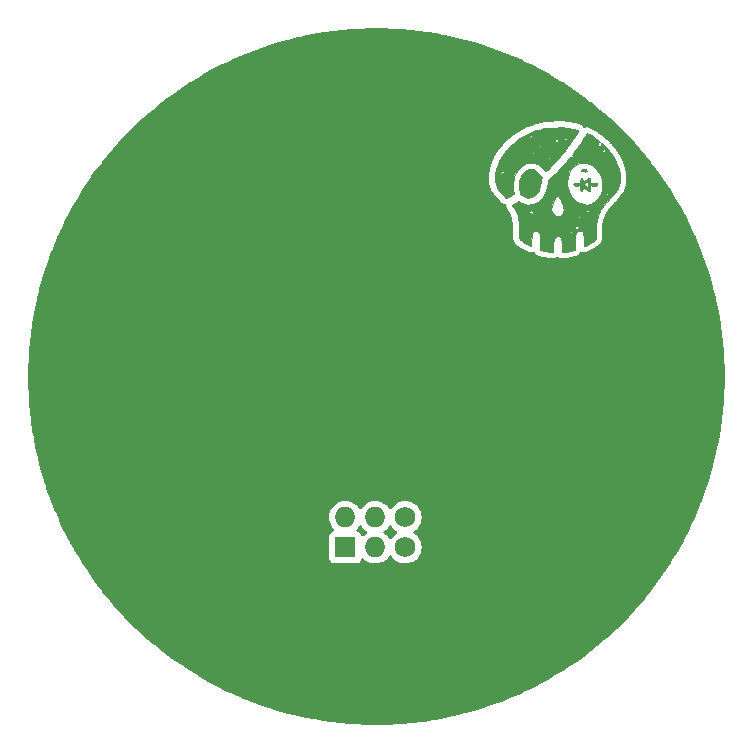
<source format=gbr>
%TF.GenerationSoftware,KiCad,Pcbnew,(6.0.7)*%
%TF.CreationDate,2022-09-05T18:42:41-05:00*%
%TF.ProjectId,Corelight SAO,436f7265-6c69-4676-9874-2053414f2e6b,rev?*%
%TF.SameCoordinates,Original*%
%TF.FileFunction,Copper,L2,Bot*%
%TF.FilePolarity,Positive*%
%FSLAX46Y46*%
G04 Gerber Fmt 4.6, Leading zero omitted, Abs format (unit mm)*
G04 Created by KiCad (PCBNEW (6.0.7)) date 2022-09-05 18:42:41*
%MOMM*%
%LPD*%
G01*
G04 APERTURE LIST*
%TA.AperFunction,EtchedComponent*%
%ADD10C,0.010000*%
%TD*%
%TA.AperFunction,ComponentPad*%
%ADD11O,1.727200X1.727200*%
%TD*%
%TA.AperFunction,ComponentPad*%
%ADD12R,1.727200X1.727200*%
%TD*%
%TA.AperFunction,ComponentPad*%
%ADD13C,1.727200*%
%TD*%
G04 APERTURE END LIST*
%TO.C,G\u002A\u002A\u002A*%
G36*
X169125640Y-82560345D02*
G01*
X169033527Y-82688496D01*
X168989829Y-82749292D01*
X168943397Y-82813891D01*
X168887270Y-82889742D01*
X168775108Y-83041320D01*
X168748202Y-83077682D01*
X168716897Y-83118805D01*
X168584535Y-83292685D01*
X168545893Y-83343448D01*
X168429528Y-83491754D01*
X168398706Y-83531037D01*
X168342305Y-83602920D01*
X168305620Y-83648062D01*
X168194474Y-83784831D01*
X168143277Y-83847831D01*
X168110974Y-83886122D01*
X168077803Y-83925443D01*
X168047309Y-83960336D01*
X167939473Y-84083733D01*
X167782178Y-84258246D01*
X167614806Y-84439677D01*
X167446249Y-84618724D01*
X167285393Y-84786080D01*
X167141130Y-84932443D01*
X167022348Y-85048507D01*
X166937936Y-85124968D01*
X166896783Y-85152523D01*
X166888811Y-85149846D01*
X166834049Y-85107823D01*
X166746658Y-85025390D01*
X166641470Y-84916270D01*
X166629815Y-84903801D01*
X166497477Y-84774375D01*
X166359161Y-84656512D01*
X166242994Y-84574347D01*
X166168083Y-84532917D01*
X166083779Y-84498655D01*
X165987852Y-84479264D01*
X165858139Y-84470640D01*
X165672477Y-84468677D01*
X165500443Y-84470197D01*
X165366375Y-84478115D01*
X165265441Y-84497000D01*
X165174165Y-84531410D01*
X165069075Y-84585908D01*
X164972694Y-84645380D01*
X164812904Y-84762889D01*
X164717307Y-84846960D01*
X164674872Y-84884279D01*
X164640263Y-84923389D01*
X164527519Y-85050797D01*
X164330568Y-85357652D01*
X164212974Y-85640985D01*
X164190007Y-85696324D01*
X164110018Y-86051957D01*
X164094780Y-86409693D01*
X164118066Y-86559292D01*
X164148477Y-86754677D01*
X164165576Y-86818836D01*
X164195615Y-86953691D01*
X164193980Y-87045639D01*
X164151192Y-87114302D01*
X164057774Y-87179299D01*
X163904246Y-87260251D01*
X163708429Y-87354258D01*
X163570804Y-87405521D01*
X163490629Y-87413632D01*
X163464631Y-87379480D01*
X163449608Y-87350976D01*
X163390222Y-87274250D01*
X163296184Y-87165284D01*
X163178761Y-87037556D01*
X163095728Y-86948410D01*
X162972257Y-86811145D01*
X162870880Y-86692897D01*
X162807763Y-86612202D01*
X162777889Y-86559292D01*
X162956631Y-86559292D01*
X162957766Y-86568633D01*
X162995708Y-86598369D01*
X163005048Y-86597234D01*
X163034784Y-86559292D01*
X163033649Y-86549952D01*
X162995708Y-86520216D01*
X162986367Y-86521351D01*
X162956631Y-86559292D01*
X162777889Y-86559292D01*
X162740715Y-86493452D01*
X162659873Y-86249232D01*
X162617532Y-85954518D01*
X162616129Y-85640985D01*
X162761246Y-85640985D01*
X162780784Y-85660523D01*
X162800323Y-85640985D01*
X162780784Y-85621446D01*
X162761246Y-85640985D01*
X162616129Y-85640985D01*
X162616042Y-85621446D01*
X162621582Y-85540605D01*
X162634875Y-85411764D01*
X162885389Y-85411764D01*
X162917554Y-85426062D01*
X162938241Y-85423242D01*
X162943605Y-85400010D01*
X162937878Y-85395334D01*
X162891502Y-85400010D01*
X162885389Y-85411764D01*
X162634875Y-85411764D01*
X162641825Y-85344402D01*
X163034784Y-85344402D01*
X163040685Y-85391383D01*
X163049687Y-85400010D01*
X163080462Y-85429507D01*
X163152315Y-85406266D01*
X163249873Y-85324666D01*
X163366768Y-85187712D01*
X163374726Y-85177202D01*
X163465056Y-85048799D01*
X163512923Y-84962412D01*
X163517523Y-84923389D01*
X163478051Y-84937080D01*
X163393700Y-85008834D01*
X163374288Y-85026919D01*
X163297409Y-85089011D01*
X163247569Y-85114746D01*
X163213135Y-85123660D01*
X163132887Y-85180661D01*
X163064019Y-85264406D01*
X163034784Y-85344402D01*
X162641825Y-85344402D01*
X162642105Y-85341689D01*
X162670570Y-85145063D01*
X162703956Y-84965834D01*
X162724844Y-84878985D01*
X163269246Y-84878985D01*
X163270474Y-84902958D01*
X163288599Y-84913106D01*
X163347400Y-84878985D01*
X163354885Y-84874089D01*
X163382882Y-84846960D01*
X163337631Y-84840506D01*
X163301466Y-84846141D01*
X163269246Y-84878985D01*
X162724844Y-84878985D01*
X162739245Y-84819109D01*
X162773417Y-84719995D01*
X162803455Y-84683600D01*
X162826454Y-84662062D01*
X162839400Y-84591158D01*
X162840096Y-84580562D01*
X162863343Y-84491819D01*
X162912913Y-84363004D01*
X162979771Y-84218131D01*
X163025753Y-84128875D01*
X163089097Y-84022139D01*
X163134578Y-83974744D01*
X163168981Y-83978081D01*
X163220759Y-84001600D01*
X163225745Y-83996155D01*
X165538622Y-83996155D01*
X165566799Y-83994077D01*
X165589276Y-83981329D01*
X167047502Y-83981329D01*
X167049189Y-84021709D01*
X167111928Y-84070124D01*
X167169663Y-84104346D01*
X167211577Y-84102505D01*
X167245959Y-84043270D01*
X167251318Y-84031079D01*
X167263327Y-83960336D01*
X167216090Y-83911177D01*
X167211187Y-83908177D01*
X167145427Y-83890990D01*
X167082058Y-83938031D01*
X167047502Y-83981329D01*
X165589276Y-83981329D01*
X165630609Y-83957886D01*
X165675142Y-83918450D01*
X165689101Y-83886122D01*
X165660923Y-83888200D01*
X165597114Y-83924391D01*
X165552581Y-83963828D01*
X165538622Y-83996155D01*
X163225745Y-83996155D01*
X163251922Y-83967571D01*
X163245240Y-83878635D01*
X163244488Y-83875328D01*
X163261249Y-83779683D01*
X163269920Y-83764507D01*
X163707441Y-83764507D01*
X163712118Y-83810882D01*
X163723871Y-83816996D01*
X163738169Y-83784831D01*
X163735349Y-83764144D01*
X163712118Y-83758780D01*
X163707441Y-83764507D01*
X163269920Y-83764507D01*
X163340804Y-83640451D01*
X163381363Y-83588363D01*
X165736906Y-83588363D01*
X165766660Y-83643833D01*
X165815511Y-83691371D01*
X165868746Y-83695792D01*
X165895185Y-83648062D01*
X167997554Y-83648062D01*
X168017092Y-83667600D01*
X168036631Y-83648062D01*
X168017092Y-83628523D01*
X167997554Y-83648062D01*
X165895185Y-83648062D01*
X165908187Y-83624590D01*
X165910433Y-83617145D01*
X165912643Y-83531037D01*
X165867310Y-83496784D01*
X165789082Y-83526456D01*
X165769589Y-83541395D01*
X165736906Y-83588363D01*
X163381363Y-83588363D01*
X163456590Y-83491754D01*
X163503708Y-83491754D01*
X163523246Y-83511292D01*
X163542784Y-83491754D01*
X163523246Y-83472216D01*
X163503708Y-83491754D01*
X163456590Y-83491754D01*
X163482103Y-83458989D01*
X163589581Y-83340687D01*
X165230004Y-83340687D01*
X165262169Y-83354985D01*
X165282856Y-83352165D01*
X165286169Y-83337817D01*
X166090279Y-83337817D01*
X166098586Y-83351054D01*
X166160938Y-83315908D01*
X166188423Y-83292685D01*
X166173014Y-83277429D01*
X166159392Y-83278755D01*
X166102323Y-83315908D01*
X166095162Y-83328933D01*
X166090279Y-83337817D01*
X165286169Y-83337817D01*
X165288220Y-83328933D01*
X165282493Y-83324257D01*
X165236118Y-83328933D01*
X165230004Y-83340687D01*
X163589581Y-83340687D01*
X163684094Y-83236655D01*
X163786726Y-83133936D01*
X167545156Y-83133936D01*
X167561603Y-83175365D01*
X167578768Y-83181527D01*
X167627536Y-83157638D01*
X167640291Y-83118805D01*
X167616187Y-83086566D01*
X167563651Y-83108949D01*
X167545156Y-83133936D01*
X163786726Y-83133936D01*
X163835057Y-83085564D01*
X166285584Y-83085564D01*
X166312053Y-83124421D01*
X166377044Y-83129528D01*
X166453552Y-83096491D01*
X166461213Y-83090778D01*
X166503471Y-83041320D01*
X166480147Y-82994255D01*
X166415870Y-82973016D01*
X166339909Y-83002021D01*
X166288613Y-83069654D01*
X166285584Y-83085564D01*
X163835057Y-83085564D01*
X163945724Y-82974804D01*
X163984478Y-82938973D01*
X168095368Y-82938973D01*
X168113163Y-82982752D01*
X168139002Y-82986583D01*
X168178503Y-82945469D01*
X168191043Y-82889742D01*
X168170142Y-82862538D01*
X168118455Y-82901177D01*
X168095368Y-82938973D01*
X163984478Y-82938973D01*
X164112973Y-82820168D01*
X164202179Y-82749292D01*
X168192938Y-82749292D01*
X168212477Y-82768831D01*
X168232015Y-82749292D01*
X168212477Y-82729754D01*
X168192938Y-82749292D01*
X164202179Y-82749292D01*
X164300545Y-82671139D01*
X164988631Y-82671139D01*
X164989765Y-82686711D01*
X165022023Y-82728537D01*
X165078748Y-82704765D01*
X165088649Y-82688496D01*
X165076429Y-82638379D01*
X165025401Y-82612523D01*
X165008508Y-82619118D01*
X164988631Y-82671139D01*
X164300545Y-82671139D01*
X164423025Y-82573827D01*
X167697132Y-82573827D01*
X167729750Y-82616894D01*
X167789578Y-82643380D01*
X167878555Y-82643095D01*
X167933531Y-82592985D01*
X167945420Y-82540490D01*
X167923767Y-82462166D01*
X167918756Y-82458869D01*
X168485650Y-82458869D01*
X168502829Y-82498415D01*
X168560059Y-82507889D01*
X168630086Y-82479870D01*
X168635472Y-82475859D01*
X168671551Y-82428124D01*
X168643362Y-82366553D01*
X168638329Y-82359853D01*
X168595579Y-82326422D01*
X168551540Y-82351598D01*
X168492324Y-82442352D01*
X168485650Y-82458869D01*
X167918756Y-82458869D01*
X167863401Y-82422447D01*
X167788028Y-82431692D01*
X167721356Y-82500262D01*
X167719935Y-82502933D01*
X167697132Y-82573827D01*
X164423025Y-82573827D01*
X164574034Y-82453848D01*
X164919722Y-82233556D01*
X165504350Y-82233556D01*
X165530468Y-82304260D01*
X165587114Y-82317307D01*
X165670047Y-82257869D01*
X165690944Y-82234159D01*
X165709710Y-82182677D01*
X168857246Y-82182677D01*
X168857694Y-82191520D01*
X168874478Y-82221754D01*
X168880747Y-82219956D01*
X168915861Y-82182677D01*
X168921967Y-82167540D01*
X168898629Y-82143600D01*
X168887287Y-82145102D01*
X168871297Y-82165102D01*
X168857246Y-82182677D01*
X165709710Y-82182677D01*
X165716117Y-82165102D01*
X165676521Y-82125869D01*
X165581829Y-82130435D01*
X165521522Y-82161451D01*
X165504350Y-82233556D01*
X164919722Y-82233556D01*
X165069315Y-82138227D01*
X165583816Y-81882209D01*
X166102538Y-81694696D01*
X166354992Y-81622980D01*
X166575270Y-81566445D01*
X166773245Y-81525106D01*
X166969007Y-81495995D01*
X167182647Y-81476147D01*
X167434258Y-81462596D01*
X167743930Y-81452375D01*
X167780234Y-81451378D01*
X168046279Y-81444909D01*
X168254234Y-81442671D01*
X168421983Y-81445784D01*
X168567409Y-81455371D01*
X168708396Y-81472551D01*
X168862826Y-81498448D01*
X169048582Y-81534181D01*
X169168640Y-81558021D01*
X169359231Y-81597001D01*
X169489909Y-81626838D01*
X169571939Y-81651255D01*
X169616585Y-81673972D01*
X169635112Y-81698713D01*
X169638785Y-81729199D01*
X169638289Y-81735694D01*
X169608357Y-81813984D01*
X169536290Y-81943863D01*
X169427923Y-82117063D01*
X169394272Y-82167540D01*
X169289094Y-82325313D01*
X169217593Y-82428124D01*
X169139448Y-82540490D01*
X169125640Y-82560345D01*
G37*
D10*
X169125640Y-82560345D02*
X169033527Y-82688496D01*
X168989829Y-82749292D01*
X168943397Y-82813891D01*
X168887270Y-82889742D01*
X168775108Y-83041320D01*
X168748202Y-83077682D01*
X168716897Y-83118805D01*
X168584535Y-83292685D01*
X168545893Y-83343448D01*
X168429528Y-83491754D01*
X168398706Y-83531037D01*
X168342305Y-83602920D01*
X168305620Y-83648062D01*
X168194474Y-83784831D01*
X168143277Y-83847831D01*
X168110974Y-83886122D01*
X168077803Y-83925443D01*
X168047309Y-83960336D01*
X167939473Y-84083733D01*
X167782178Y-84258246D01*
X167614806Y-84439677D01*
X167446249Y-84618724D01*
X167285393Y-84786080D01*
X167141130Y-84932443D01*
X167022348Y-85048507D01*
X166937936Y-85124968D01*
X166896783Y-85152523D01*
X166888811Y-85149846D01*
X166834049Y-85107823D01*
X166746658Y-85025390D01*
X166641470Y-84916270D01*
X166629815Y-84903801D01*
X166497477Y-84774375D01*
X166359161Y-84656512D01*
X166242994Y-84574347D01*
X166168083Y-84532917D01*
X166083779Y-84498655D01*
X165987852Y-84479264D01*
X165858139Y-84470640D01*
X165672477Y-84468677D01*
X165500443Y-84470197D01*
X165366375Y-84478115D01*
X165265441Y-84497000D01*
X165174165Y-84531410D01*
X165069075Y-84585908D01*
X164972694Y-84645380D01*
X164812904Y-84762889D01*
X164717307Y-84846960D01*
X164674872Y-84884279D01*
X164640263Y-84923389D01*
X164527519Y-85050797D01*
X164330568Y-85357652D01*
X164212974Y-85640985D01*
X164190007Y-85696324D01*
X164110018Y-86051957D01*
X164094780Y-86409693D01*
X164118066Y-86559292D01*
X164148477Y-86754677D01*
X164165576Y-86818836D01*
X164195615Y-86953691D01*
X164193980Y-87045639D01*
X164151192Y-87114302D01*
X164057774Y-87179299D01*
X163904246Y-87260251D01*
X163708429Y-87354258D01*
X163570804Y-87405521D01*
X163490629Y-87413632D01*
X163464631Y-87379480D01*
X163449608Y-87350976D01*
X163390222Y-87274250D01*
X163296184Y-87165284D01*
X163178761Y-87037556D01*
X163095728Y-86948410D01*
X162972257Y-86811145D01*
X162870880Y-86692897D01*
X162807763Y-86612202D01*
X162777889Y-86559292D01*
X162956631Y-86559292D01*
X162957766Y-86568633D01*
X162995708Y-86598369D01*
X163005048Y-86597234D01*
X163034784Y-86559292D01*
X163033649Y-86549952D01*
X162995708Y-86520216D01*
X162986367Y-86521351D01*
X162956631Y-86559292D01*
X162777889Y-86559292D01*
X162740715Y-86493452D01*
X162659873Y-86249232D01*
X162617532Y-85954518D01*
X162616129Y-85640985D01*
X162761246Y-85640985D01*
X162780784Y-85660523D01*
X162800323Y-85640985D01*
X162780784Y-85621446D01*
X162761246Y-85640985D01*
X162616129Y-85640985D01*
X162616042Y-85621446D01*
X162621582Y-85540605D01*
X162634875Y-85411764D01*
X162885389Y-85411764D01*
X162917554Y-85426062D01*
X162938241Y-85423242D01*
X162943605Y-85400010D01*
X162937878Y-85395334D01*
X162891502Y-85400010D01*
X162885389Y-85411764D01*
X162634875Y-85411764D01*
X162641825Y-85344402D01*
X163034784Y-85344402D01*
X163040685Y-85391383D01*
X163049687Y-85400010D01*
X163080462Y-85429507D01*
X163152315Y-85406266D01*
X163249873Y-85324666D01*
X163366768Y-85187712D01*
X163374726Y-85177202D01*
X163465056Y-85048799D01*
X163512923Y-84962412D01*
X163517523Y-84923389D01*
X163478051Y-84937080D01*
X163393700Y-85008834D01*
X163374288Y-85026919D01*
X163297409Y-85089011D01*
X163247569Y-85114746D01*
X163213135Y-85123660D01*
X163132887Y-85180661D01*
X163064019Y-85264406D01*
X163034784Y-85344402D01*
X162641825Y-85344402D01*
X162642105Y-85341689D01*
X162670570Y-85145063D01*
X162703956Y-84965834D01*
X162724844Y-84878985D01*
X163269246Y-84878985D01*
X163270474Y-84902958D01*
X163288599Y-84913106D01*
X163347400Y-84878985D01*
X163354885Y-84874089D01*
X163382882Y-84846960D01*
X163337631Y-84840506D01*
X163301466Y-84846141D01*
X163269246Y-84878985D01*
X162724844Y-84878985D01*
X162739245Y-84819109D01*
X162773417Y-84719995D01*
X162803455Y-84683600D01*
X162826454Y-84662062D01*
X162839400Y-84591158D01*
X162840096Y-84580562D01*
X162863343Y-84491819D01*
X162912913Y-84363004D01*
X162979771Y-84218131D01*
X163025753Y-84128875D01*
X163089097Y-84022139D01*
X163134578Y-83974744D01*
X163168981Y-83978081D01*
X163220759Y-84001600D01*
X163225745Y-83996155D01*
X165538622Y-83996155D01*
X165566799Y-83994077D01*
X165589276Y-83981329D01*
X167047502Y-83981329D01*
X167049189Y-84021709D01*
X167111928Y-84070124D01*
X167169663Y-84104346D01*
X167211577Y-84102505D01*
X167245959Y-84043270D01*
X167251318Y-84031079D01*
X167263327Y-83960336D01*
X167216090Y-83911177D01*
X167211187Y-83908177D01*
X167145427Y-83890990D01*
X167082058Y-83938031D01*
X167047502Y-83981329D01*
X165589276Y-83981329D01*
X165630609Y-83957886D01*
X165675142Y-83918450D01*
X165689101Y-83886122D01*
X165660923Y-83888200D01*
X165597114Y-83924391D01*
X165552581Y-83963828D01*
X165538622Y-83996155D01*
X163225745Y-83996155D01*
X163251922Y-83967571D01*
X163245240Y-83878635D01*
X163244488Y-83875328D01*
X163261249Y-83779683D01*
X163269920Y-83764507D01*
X163707441Y-83764507D01*
X163712118Y-83810882D01*
X163723871Y-83816996D01*
X163738169Y-83784831D01*
X163735349Y-83764144D01*
X163712118Y-83758780D01*
X163707441Y-83764507D01*
X163269920Y-83764507D01*
X163340804Y-83640451D01*
X163381363Y-83588363D01*
X165736906Y-83588363D01*
X165766660Y-83643833D01*
X165815511Y-83691371D01*
X165868746Y-83695792D01*
X165895185Y-83648062D01*
X167997554Y-83648062D01*
X168017092Y-83667600D01*
X168036631Y-83648062D01*
X168017092Y-83628523D01*
X167997554Y-83648062D01*
X165895185Y-83648062D01*
X165908187Y-83624590D01*
X165910433Y-83617145D01*
X165912643Y-83531037D01*
X165867310Y-83496784D01*
X165789082Y-83526456D01*
X165769589Y-83541395D01*
X165736906Y-83588363D01*
X163381363Y-83588363D01*
X163456590Y-83491754D01*
X163503708Y-83491754D01*
X163523246Y-83511292D01*
X163542784Y-83491754D01*
X163523246Y-83472216D01*
X163503708Y-83491754D01*
X163456590Y-83491754D01*
X163482103Y-83458989D01*
X163589581Y-83340687D01*
X165230004Y-83340687D01*
X165262169Y-83354985D01*
X165282856Y-83352165D01*
X165286169Y-83337817D01*
X166090279Y-83337817D01*
X166098586Y-83351054D01*
X166160938Y-83315908D01*
X166188423Y-83292685D01*
X166173014Y-83277429D01*
X166159392Y-83278755D01*
X166102323Y-83315908D01*
X166095162Y-83328933D01*
X166090279Y-83337817D01*
X165286169Y-83337817D01*
X165288220Y-83328933D01*
X165282493Y-83324257D01*
X165236118Y-83328933D01*
X165230004Y-83340687D01*
X163589581Y-83340687D01*
X163684094Y-83236655D01*
X163786726Y-83133936D01*
X167545156Y-83133936D01*
X167561603Y-83175365D01*
X167578768Y-83181527D01*
X167627536Y-83157638D01*
X167640291Y-83118805D01*
X167616187Y-83086566D01*
X167563651Y-83108949D01*
X167545156Y-83133936D01*
X163786726Y-83133936D01*
X163835057Y-83085564D01*
X166285584Y-83085564D01*
X166312053Y-83124421D01*
X166377044Y-83129528D01*
X166453552Y-83096491D01*
X166461213Y-83090778D01*
X166503471Y-83041320D01*
X166480147Y-82994255D01*
X166415870Y-82973016D01*
X166339909Y-83002021D01*
X166288613Y-83069654D01*
X166285584Y-83085564D01*
X163835057Y-83085564D01*
X163945724Y-82974804D01*
X163984478Y-82938973D01*
X168095368Y-82938973D01*
X168113163Y-82982752D01*
X168139002Y-82986583D01*
X168178503Y-82945469D01*
X168191043Y-82889742D01*
X168170142Y-82862538D01*
X168118455Y-82901177D01*
X168095368Y-82938973D01*
X163984478Y-82938973D01*
X164112973Y-82820168D01*
X164202179Y-82749292D01*
X168192938Y-82749292D01*
X168212477Y-82768831D01*
X168232015Y-82749292D01*
X168212477Y-82729754D01*
X168192938Y-82749292D01*
X164202179Y-82749292D01*
X164300545Y-82671139D01*
X164988631Y-82671139D01*
X164989765Y-82686711D01*
X165022023Y-82728537D01*
X165078748Y-82704765D01*
X165088649Y-82688496D01*
X165076429Y-82638379D01*
X165025401Y-82612523D01*
X165008508Y-82619118D01*
X164988631Y-82671139D01*
X164300545Y-82671139D01*
X164423025Y-82573827D01*
X167697132Y-82573827D01*
X167729750Y-82616894D01*
X167789578Y-82643380D01*
X167878555Y-82643095D01*
X167933531Y-82592985D01*
X167945420Y-82540490D01*
X167923767Y-82462166D01*
X167918756Y-82458869D01*
X168485650Y-82458869D01*
X168502829Y-82498415D01*
X168560059Y-82507889D01*
X168630086Y-82479870D01*
X168635472Y-82475859D01*
X168671551Y-82428124D01*
X168643362Y-82366553D01*
X168638329Y-82359853D01*
X168595579Y-82326422D01*
X168551540Y-82351598D01*
X168492324Y-82442352D01*
X168485650Y-82458869D01*
X167918756Y-82458869D01*
X167863401Y-82422447D01*
X167788028Y-82431692D01*
X167721356Y-82500262D01*
X167719935Y-82502933D01*
X167697132Y-82573827D01*
X164423025Y-82573827D01*
X164574034Y-82453848D01*
X164919722Y-82233556D01*
X165504350Y-82233556D01*
X165530468Y-82304260D01*
X165587114Y-82317307D01*
X165670047Y-82257869D01*
X165690944Y-82234159D01*
X165709710Y-82182677D01*
X168857246Y-82182677D01*
X168857694Y-82191520D01*
X168874478Y-82221754D01*
X168880747Y-82219956D01*
X168915861Y-82182677D01*
X168921967Y-82167540D01*
X168898629Y-82143600D01*
X168887287Y-82145102D01*
X168871297Y-82165102D01*
X168857246Y-82182677D01*
X165709710Y-82182677D01*
X165716117Y-82165102D01*
X165676521Y-82125869D01*
X165581829Y-82130435D01*
X165521522Y-82161451D01*
X165504350Y-82233556D01*
X164919722Y-82233556D01*
X165069315Y-82138227D01*
X165583816Y-81882209D01*
X166102538Y-81694696D01*
X166354992Y-81622980D01*
X166575270Y-81566445D01*
X166773245Y-81525106D01*
X166969007Y-81495995D01*
X167182647Y-81476147D01*
X167434258Y-81462596D01*
X167743930Y-81452375D01*
X167780234Y-81451378D01*
X168046279Y-81444909D01*
X168254234Y-81442671D01*
X168421983Y-81445784D01*
X168567409Y-81455371D01*
X168708396Y-81472551D01*
X168862826Y-81498448D01*
X169048582Y-81534181D01*
X169168640Y-81558021D01*
X169359231Y-81597001D01*
X169489909Y-81626838D01*
X169571939Y-81651255D01*
X169616585Y-81673972D01*
X169635112Y-81698713D01*
X169638785Y-81729199D01*
X169638289Y-81735694D01*
X169608357Y-81813984D01*
X169536290Y-81943863D01*
X169427923Y-82117063D01*
X169394272Y-82167540D01*
X169289094Y-82325313D01*
X169217593Y-82428124D01*
X169139448Y-82540490D01*
X169125640Y-82560345D01*
G36*
X171237309Y-86322376D02*
G01*
X171219143Y-86353000D01*
X171166375Y-86367155D01*
X171064501Y-86369537D01*
X170899015Y-86364844D01*
X170654784Y-86356791D01*
X170654784Y-86568760D01*
X170652717Y-86653365D01*
X170643260Y-86755995D01*
X170628733Y-86806780D01*
X170612506Y-86820371D01*
X170578322Y-86827874D01*
X170525674Y-86807625D01*
X170440135Y-86752903D01*
X170307281Y-86656985D01*
X170284860Y-86640542D01*
X170171753Y-86559623D01*
X170087517Y-86502669D01*
X170048982Y-86481139D01*
X170047310Y-86481616D01*
X170034715Y-86522788D01*
X170029554Y-86610092D01*
X170029541Y-86613150D01*
X170015692Y-86716028D01*
X169983591Y-86785009D01*
X169934150Y-86812446D01*
X169882500Y-86783465D01*
X169847226Y-86693092D01*
X169834169Y-86550497D01*
X169834169Y-86355886D01*
X169574907Y-86369666D01*
X169503107Y-86372818D01*
X169382840Y-86371072D01*
X169312897Y-86353991D01*
X169274327Y-86318337D01*
X169254098Y-86267581D01*
X169256002Y-86262657D01*
X170098919Y-86262657D01*
X170210775Y-86354291D01*
X170319884Y-86441380D01*
X170398737Y-86489549D01*
X170440356Y-86479091D01*
X170456618Y-86405753D01*
X170459400Y-86265284D01*
X170458815Y-86150222D01*
X170449178Y-86064050D01*
X170416949Y-86041629D01*
X170348529Y-86076942D01*
X170230313Y-86163975D01*
X170098919Y-86262657D01*
X169256002Y-86262657D01*
X169282897Y-86193116D01*
X169292023Y-86183265D01*
X169344458Y-86155286D01*
X169434364Y-86147078D01*
X169581364Y-86156217D01*
X169829944Y-86179430D01*
X169841826Y-85949284D01*
X169847483Y-85861324D01*
X169861394Y-85770459D01*
X169887198Y-85729000D01*
X169931861Y-85719139D01*
X169976484Y-85729027D01*
X170009726Y-85778645D01*
X170029554Y-85887388D01*
X170049092Y-86055638D01*
X170293628Y-85873555D01*
X170319688Y-85854296D01*
X170462848Y-85757847D01*
X170559491Y-85717906D01*
X170618063Y-85736413D01*
X170647012Y-85815310D01*
X170654784Y-85956536D01*
X170654784Y-86176847D01*
X171221400Y-86148985D01*
X171233765Y-86256446D01*
X171234776Y-86265284D01*
X171235381Y-86270585D01*
X171237309Y-86322376D01*
G37*
X171237309Y-86322376D02*
X171219143Y-86353000D01*
X171166375Y-86367155D01*
X171064501Y-86369537D01*
X170899015Y-86364844D01*
X170654784Y-86356791D01*
X170654784Y-86568760D01*
X170652717Y-86653365D01*
X170643260Y-86755995D01*
X170628733Y-86806780D01*
X170612506Y-86820371D01*
X170578322Y-86827874D01*
X170525674Y-86807625D01*
X170440135Y-86752903D01*
X170307281Y-86656985D01*
X170284860Y-86640542D01*
X170171753Y-86559623D01*
X170087517Y-86502669D01*
X170048982Y-86481139D01*
X170047310Y-86481616D01*
X170034715Y-86522788D01*
X170029554Y-86610092D01*
X170029541Y-86613150D01*
X170015692Y-86716028D01*
X169983591Y-86785009D01*
X169934150Y-86812446D01*
X169882500Y-86783465D01*
X169847226Y-86693092D01*
X169834169Y-86550497D01*
X169834169Y-86355886D01*
X169574907Y-86369666D01*
X169503107Y-86372818D01*
X169382840Y-86371072D01*
X169312897Y-86353991D01*
X169274327Y-86318337D01*
X169254098Y-86267581D01*
X169256002Y-86262657D01*
X170098919Y-86262657D01*
X170210775Y-86354291D01*
X170319884Y-86441380D01*
X170398737Y-86489549D01*
X170440356Y-86479091D01*
X170456618Y-86405753D01*
X170459400Y-86265284D01*
X170458815Y-86150222D01*
X170449178Y-86064050D01*
X170416949Y-86041629D01*
X170348529Y-86076942D01*
X170230313Y-86163975D01*
X170098919Y-86262657D01*
X169256002Y-86262657D01*
X169282897Y-86193116D01*
X169292023Y-86183265D01*
X169344458Y-86155286D01*
X169434364Y-86147078D01*
X169581364Y-86156217D01*
X169829944Y-86179430D01*
X169841826Y-85949284D01*
X169847483Y-85861324D01*
X169861394Y-85770459D01*
X169887198Y-85729000D01*
X169931861Y-85719139D01*
X169976484Y-85729027D01*
X170009726Y-85778645D01*
X170029554Y-85887388D01*
X170049092Y-86055638D01*
X170293628Y-85873555D01*
X170319688Y-85854296D01*
X170462848Y-85757847D01*
X170559491Y-85717906D01*
X170618063Y-85736413D01*
X170647012Y-85815310D01*
X170654784Y-85956536D01*
X170654784Y-86176847D01*
X171221400Y-86148985D01*
X171233765Y-86256446D01*
X171234776Y-86265284D01*
X171235381Y-86270585D01*
X171237309Y-86322376D01*
G36*
X172365772Y-83525140D02*
G01*
X172451960Y-83644094D01*
X172591794Y-83837089D01*
X172698254Y-84019292D01*
X172762835Y-84129822D01*
X172801992Y-84213221D01*
X172808140Y-84227703D01*
X172876940Y-84389766D01*
X172956482Y-84593183D01*
X173026382Y-84787223D01*
X173028870Y-84794130D01*
X173035631Y-84813940D01*
X173090862Y-84980545D01*
X173128720Y-85113699D01*
X173152549Y-85235723D01*
X173163618Y-85347908D01*
X173165692Y-85368936D01*
X173168360Y-85445600D01*
X173171494Y-85535661D01*
X173173297Y-85758216D01*
X173173575Y-85838151D01*
X173172548Y-86004318D01*
X173170346Y-86048748D01*
X173165477Y-86147045D01*
X173148704Y-86268036D01*
X173147802Y-86274543D01*
X173114966Y-86395023D01*
X173062409Y-86516696D01*
X172985572Y-86647773D01*
X172923481Y-86735139D01*
X172879898Y-86796465D01*
X172840537Y-86845857D01*
X172740826Y-86970983D01*
X172591662Y-87146709D01*
X172563797Y-87179537D01*
X172344254Y-87430340D01*
X172077637Y-87731600D01*
X172039474Y-87774910D01*
X171859296Y-87990060D01*
X171828353Y-88027009D01*
X171758700Y-88122369D01*
X171672317Y-88240634D01*
X171663867Y-88252203D01*
X171534120Y-88470109D01*
X171505334Y-88532104D01*
X171427219Y-88700344D01*
X171331268Y-88962523D01*
X171324791Y-88982062D01*
X171324569Y-88982734D01*
X171293126Y-89079754D01*
X171275214Y-89135026D01*
X171268638Y-89157908D01*
X171239198Y-89260360D01*
X171214094Y-89376253D01*
X171197473Y-89500221D01*
X171194050Y-89548677D01*
X171187976Y-89634680D01*
X171186910Y-89649783D01*
X171181233Y-89807524D01*
X171179977Y-89842455D01*
X171174246Y-90095754D01*
X171174142Y-90100155D01*
X171173947Y-90108416D01*
X171169486Y-90297734D01*
X171163041Y-90510308D01*
X171156115Y-90687519D01*
X171149275Y-90815106D01*
X171143089Y-90878809D01*
X171140580Y-90885508D01*
X171090352Y-90939560D01*
X170989083Y-91018187D01*
X170852120Y-91111692D01*
X170694808Y-91210377D01*
X170532495Y-91304544D01*
X170380525Y-91384494D01*
X170254246Y-91440529D01*
X170146784Y-91481050D01*
X170146784Y-91009231D01*
X170146198Y-90919500D01*
X170134045Y-90657765D01*
X170102983Y-90463083D01*
X170048814Y-90327762D01*
X169967339Y-90244109D01*
X169854359Y-90204433D01*
X169705676Y-90201042D01*
X169685417Y-90202622D01*
X169584954Y-90220738D01*
X169522631Y-90267908D01*
X169466206Y-90366396D01*
X169454486Y-90392012D01*
X169427395Y-90471894D01*
X169406916Y-90575547D01*
X169391384Y-90716566D01*
X169379138Y-90908548D01*
X169368513Y-91165087D01*
X169345708Y-91810367D01*
X169208938Y-91846113D01*
X169135605Y-91864474D01*
X168990940Y-91898717D01*
X168837708Y-91933315D01*
X168734703Y-91953394D01*
X168572093Y-91977279D01*
X168440916Y-91987878D01*
X168278587Y-91990985D01*
X168265070Y-91451859D01*
X168258680Y-91250801D01*
X168248430Y-91075255D01*
X168233530Y-90952148D01*
X168212203Y-90867596D01*
X168182675Y-90807711D01*
X168123726Y-90739086D01*
X168001078Y-90674060D01*
X167865885Y-90673048D01*
X167736078Y-90734462D01*
X167629588Y-90856712D01*
X167628256Y-90859003D01*
X167594613Y-90927844D01*
X167572053Y-91007784D01*
X167558426Y-91115574D01*
X167551582Y-91267971D01*
X167549370Y-91481728D01*
X167548169Y-91971446D01*
X167391861Y-91981413D01*
X167339932Y-91981078D01*
X167202460Y-91967477D01*
X167028939Y-91940327D01*
X166844784Y-91903259D01*
X166454015Y-91815139D01*
X166453146Y-91170369D01*
X166452384Y-90994540D01*
X166448832Y-90789753D01*
X166441313Y-90640881D01*
X166428621Y-90534639D01*
X166409549Y-90457747D01*
X166382890Y-90396921D01*
X166356793Y-90362298D01*
X168935400Y-90362298D01*
X168935401Y-90362737D01*
X168957900Y-90388736D01*
X169022035Y-90353515D01*
X169123806Y-90259262D01*
X169162125Y-90217535D01*
X169216301Y-90146117D01*
X169228113Y-90108416D01*
X169223724Y-90106813D01*
X169177703Y-90128812D01*
X169104195Y-90184152D01*
X169024864Y-90254041D01*
X168961377Y-90319687D01*
X168935400Y-90362298D01*
X166356793Y-90362298D01*
X166312103Y-90303009D01*
X166185851Y-90221754D01*
X166043691Y-90196335D01*
X165940157Y-90221150D01*
X165906104Y-90229312D01*
X165793571Y-90323248D01*
X165778566Y-90344593D01*
X165748761Y-90401774D01*
X165728074Y-90476603D01*
X165714229Y-90584208D01*
X165704947Y-90739714D01*
X165697950Y-90958248D01*
X165689887Y-91179696D01*
X165677399Y-91350632D01*
X165660685Y-91450505D01*
X165639335Y-91482979D01*
X165638106Y-91482908D01*
X165584775Y-91462536D01*
X165479302Y-91411091D01*
X165336385Y-91336043D01*
X165170724Y-91244861D01*
X165075694Y-91190783D01*
X164912271Y-91091992D01*
X164802293Y-91013799D01*
X164733995Y-90947254D01*
X164695610Y-90883405D01*
X164694919Y-90881726D01*
X164672171Y-90787739D01*
X164656475Y-90632341D01*
X164647465Y-90410027D01*
X164645557Y-90200773D01*
X165271124Y-90200773D01*
X165279948Y-90220057D01*
X165333449Y-90261233D01*
X165391611Y-90246363D01*
X165411295Y-90221150D01*
X165407362Y-90173274D01*
X165337067Y-90154369D01*
X165290386Y-90163902D01*
X165271124Y-90200773D01*
X164645557Y-90200773D01*
X164644777Y-90115292D01*
X166200015Y-90115292D01*
X166200463Y-90124136D01*
X166217248Y-90154369D01*
X166223516Y-90152571D01*
X166258631Y-90115292D01*
X166264737Y-90100155D01*
X166241398Y-90076216D01*
X166230056Y-90077717D01*
X166200015Y-90115292D01*
X164644777Y-90115292D01*
X164643284Y-89945292D01*
X169016739Y-89945292D01*
X169031485Y-89995462D01*
X169051753Y-90015141D01*
X169123321Y-90035896D01*
X169149092Y-90034479D01*
X169163004Y-90020042D01*
X169114099Y-89977684D01*
X169101695Y-89970388D01*
X169356660Y-89970388D01*
X169398747Y-90020042D01*
X169421011Y-90046309D01*
X169451835Y-90064978D01*
X169489836Y-90067740D01*
X169541709Y-90035248D01*
X169629015Y-89958390D01*
X169715388Y-89871320D01*
X169748708Y-89807524D01*
X169714597Y-89773593D01*
X169612554Y-89763600D01*
X169521394Y-89773664D01*
X169416591Y-89819690D01*
X169382206Y-89861292D01*
X169358433Y-89890056D01*
X169356660Y-89970388D01*
X169101695Y-89970388D01*
X169053185Y-89941855D01*
X169016739Y-89945292D01*
X164643284Y-89945292D01*
X164642706Y-89879487D01*
X164641872Y-89861292D01*
X166160938Y-89861292D01*
X166180477Y-89880831D01*
X166200015Y-89861292D01*
X166180477Y-89841754D01*
X166160938Y-89861292D01*
X164641872Y-89861292D01*
X164626687Y-89530053D01*
X164621847Y-89489084D01*
X165384737Y-89489084D01*
X165393912Y-89544168D01*
X165457554Y-89568216D01*
X165502979Y-89575543D01*
X165535708Y-89607292D01*
X165536843Y-89616633D01*
X165574784Y-89646369D01*
X165592040Y-89645951D01*
X165610031Y-89634680D01*
X165603241Y-89591892D01*
X165588713Y-89548677D01*
X170068631Y-89548677D01*
X170088169Y-89568216D01*
X170107708Y-89548677D01*
X170088169Y-89529139D01*
X170068631Y-89548677D01*
X165588713Y-89548677D01*
X165571159Y-89496458D01*
X165545812Y-89433513D01*
X165508975Y-89397430D01*
X165453928Y-89413848D01*
X165430630Y-89428555D01*
X165384737Y-89489084D01*
X164621847Y-89489084D01*
X164591248Y-89230054D01*
X164575331Y-89157908D01*
X165574784Y-89157908D01*
X165594323Y-89177446D01*
X165613861Y-89157908D01*
X170576631Y-89157908D01*
X170596169Y-89177446D01*
X170615708Y-89157908D01*
X170596169Y-89138369D01*
X170576631Y-89157908D01*
X165613861Y-89157908D01*
X165594323Y-89138369D01*
X165574784Y-89157908D01*
X164575331Y-89157908D01*
X164567218Y-89121137D01*
X169052631Y-89121137D01*
X169053647Y-89125037D01*
X169091708Y-89138369D01*
X169102418Y-89136779D01*
X169130784Y-89096986D01*
X169127716Y-89082852D01*
X169091708Y-89079754D01*
X169080013Y-89087774D01*
X169052631Y-89121137D01*
X164567218Y-89121137D01*
X164548706Y-89037228D01*
X169646487Y-89037228D01*
X169675656Y-89081529D01*
X169738557Y-89092674D01*
X169778944Y-89079754D01*
X170459400Y-89079754D01*
X170478938Y-89099292D01*
X170498477Y-89079754D01*
X170478938Y-89060216D01*
X170459400Y-89079754D01*
X169778944Y-89079754D01*
X169805377Y-89071298D01*
X169846302Y-89018040D01*
X169852596Y-88986816D01*
X169841287Y-88961738D01*
X170624056Y-88961738D01*
X170626586Y-88986816D01*
X170628733Y-89008113D01*
X170640487Y-89014226D01*
X170654784Y-88982062D01*
X170651964Y-88961374D01*
X170628733Y-88956010D01*
X170624056Y-88961738D01*
X169841287Y-88961738D01*
X169836360Y-88950813D01*
X169763062Y-88950453D01*
X169690574Y-88973934D01*
X169647683Y-89022285D01*
X169646487Y-89037228D01*
X164548706Y-89037228D01*
X164532122Y-88962062D01*
X164445042Y-88708646D01*
X164375590Y-88559458D01*
X165408352Y-88559458D01*
X165487362Y-88638469D01*
X165500144Y-88649962D01*
X165600340Y-88707692D01*
X165722542Y-88746037D01*
X165817337Y-88759443D01*
X165862423Y-88750133D01*
X165866507Y-88712251D01*
X165861326Y-88682988D01*
X165851313Y-88601962D01*
X165823440Y-88552220D01*
X165753608Y-88491958D01*
X165698683Y-88461992D01*
X167380816Y-88461992D01*
X167416241Y-88602590D01*
X167485918Y-88712251D01*
X167497434Y-88730377D01*
X167625687Y-88859030D01*
X167747350Y-88939734D01*
X167917166Y-88982813D01*
X168083959Y-88956653D01*
X168232867Y-88864335D01*
X168349031Y-88708945D01*
X168394422Y-88599157D01*
X168421264Y-88435035D01*
X169268532Y-88435035D01*
X169274427Y-88497420D01*
X169278316Y-88505764D01*
X169323903Y-88544129D01*
X169378114Y-88550109D01*
X169404323Y-88517923D01*
X169403825Y-88511771D01*
X169379474Y-88470774D01*
X170264015Y-88470774D01*
X170283374Y-88517923D01*
X170288917Y-88531424D01*
X170361883Y-88586080D01*
X170449631Y-88600375D01*
X170520222Y-88577006D01*
X170527992Y-88532104D01*
X170465051Y-88459637D01*
X170442499Y-88443087D01*
X170364845Y-88418748D01*
X170294599Y-88428573D01*
X170264015Y-88470774D01*
X169379474Y-88470774D01*
X169373272Y-88460333D01*
X169319498Y-88420921D01*
X169276420Y-88419606D01*
X169273410Y-88425493D01*
X169268532Y-88435035D01*
X168421264Y-88435035D01*
X168422825Y-88425493D01*
X168415287Y-88349150D01*
X169482718Y-88349150D01*
X169510256Y-88356831D01*
X169545146Y-88343310D01*
X169604692Y-88288446D01*
X169630785Y-88254238D01*
X169633313Y-88240634D01*
X169580169Y-88277389D01*
X169526446Y-88316590D01*
X169485733Y-88345773D01*
X169482718Y-88349150D01*
X168415287Y-88349150D01*
X168403113Y-88225843D01*
X168368410Y-88102045D01*
X171444672Y-88102045D01*
X171449349Y-88148421D01*
X171461102Y-88154534D01*
X171475400Y-88122369D01*
X171472580Y-88101682D01*
X171449349Y-88096318D01*
X171444672Y-88102045D01*
X168368410Y-88102045D01*
X168340598Y-88002832D01*
X168974477Y-88002832D01*
X168978511Y-88024475D01*
X169018007Y-88064082D01*
X169066719Y-88056179D01*
X169077328Y-88044012D01*
X169086985Y-87990060D01*
X169033092Y-87966062D01*
X169006162Y-87970199D01*
X168974477Y-88002832D01*
X168340598Y-88002832D01*
X168334948Y-87982675D01*
X168232680Y-87705302D01*
X168182546Y-87594831D01*
X168779092Y-87594831D01*
X168798631Y-87614369D01*
X168818169Y-87594831D01*
X168798631Y-87575292D01*
X168779092Y-87594831D01*
X168182546Y-87594831D01*
X168130764Y-87480727D01*
X168035039Y-87328491D01*
X167943781Y-87245891D01*
X167855266Y-87230221D01*
X167849968Y-87231329D01*
X167812456Y-87247052D01*
X167776102Y-87283149D01*
X167735280Y-87350215D01*
X167684363Y-87458846D01*
X167617724Y-87619637D01*
X167529735Y-87843183D01*
X167442099Y-88087654D01*
X167389866Y-88294905D01*
X167385453Y-88376369D01*
X167380816Y-88461992D01*
X165698683Y-88461992D01*
X165685701Y-88454909D01*
X165623642Y-88454594D01*
X165533623Y-88494678D01*
X165408352Y-88559458D01*
X164375590Y-88559458D01*
X164325740Y-88452376D01*
X164282923Y-88376369D01*
X165535708Y-88376369D01*
X165555246Y-88395908D01*
X165574784Y-88376369D01*
X165555246Y-88356831D01*
X165535708Y-88376369D01*
X164282923Y-88376369D01*
X164169950Y-88175823D01*
X164049653Y-87975276D01*
X164347874Y-87833651D01*
X164646096Y-87692027D01*
X164849575Y-87808446D01*
X164861100Y-87814986D01*
X165142716Y-87939020D01*
X165420132Y-87988852D01*
X165704972Y-87966630D01*
X165906741Y-87914082D01*
X166217053Y-87772921D01*
X166484046Y-87568706D01*
X166705845Y-87303882D01*
X166880578Y-86980893D01*
X167006373Y-86602184D01*
X167081356Y-86170198D01*
X167085801Y-86129693D01*
X167104980Y-86005427D01*
X167109283Y-85994118D01*
X168728926Y-85994118D01*
X168735252Y-86336238D01*
X168795060Y-86656985D01*
X168838153Y-86786602D01*
X168972592Y-87073736D01*
X169148708Y-87341396D01*
X169354443Y-87574980D01*
X169378415Y-87594831D01*
X169577737Y-87759889D01*
X169806528Y-87881520D01*
X170123869Y-87966493D01*
X170429936Y-87977508D01*
X170718133Y-87912481D01*
X170987804Y-87771560D01*
X171034002Y-87731600D01*
X171827092Y-87731600D01*
X171833705Y-87749577D01*
X171885708Y-87770677D01*
X171912672Y-87766268D01*
X171944323Y-87731600D01*
X171937710Y-87713624D01*
X171885708Y-87692523D01*
X171858743Y-87696932D01*
X171827092Y-87731600D01*
X171034002Y-87731600D01*
X171238295Y-87554894D01*
X171273434Y-87516997D01*
X171445482Y-87296696D01*
X171503297Y-87184395D01*
X171965319Y-87184395D01*
X171970638Y-87221009D01*
X172001416Y-87186987D01*
X172001590Y-87186710D01*
X172054791Y-87163543D01*
X172145755Y-87166050D01*
X172206575Y-87169940D01*
X172249418Y-87146709D01*
X172229593Y-87101143D01*
X172146949Y-87048257D01*
X172095453Y-87009919D01*
X172058916Y-86911488D01*
X172053390Y-86882102D01*
X172034480Y-86909404D01*
X172028657Y-86928217D01*
X172003756Y-87008677D01*
X171993761Y-87047754D01*
X171985416Y-87080387D01*
X171965319Y-87184395D01*
X171503297Y-87184395D01*
X171565667Y-87063246D01*
X171570413Y-87047754D01*
X171866169Y-87047754D01*
X171885708Y-87067292D01*
X171905246Y-87047754D01*
X171885708Y-87028216D01*
X171866169Y-87047754D01*
X171570413Y-87047754D01*
X171599632Y-86952368D01*
X171866169Y-86952368D01*
X171867288Y-86961092D01*
X171905246Y-86989139D01*
X171923921Y-86981683D01*
X171944323Y-86928217D01*
X171938700Y-86900305D01*
X171905246Y-86891446D01*
X171894574Y-86899445D01*
X171866169Y-86952368D01*
X171599632Y-86952368D01*
X171628659Y-86857610D01*
X172302927Y-86857610D01*
X172335092Y-86871908D01*
X172355779Y-86869088D01*
X172361143Y-86845857D01*
X172355416Y-86841180D01*
X172309041Y-86845857D01*
X172302927Y-86857610D01*
X171628659Y-86857610D01*
X171650835Y-86785215D01*
X171661108Y-86735139D01*
X172061554Y-86735139D01*
X172081092Y-86754677D01*
X172100631Y-86735139D01*
X172081092Y-86715600D01*
X172061554Y-86735139D01*
X171661108Y-86735139D01*
X171676240Y-86661381D01*
X171707674Y-86268036D01*
X171687816Y-86086365D01*
X172031788Y-86086365D01*
X172032943Y-86172941D01*
X172039849Y-86207600D01*
X172062684Y-86176201D01*
X172078693Y-86100194D01*
X172082856Y-86014047D01*
X172075473Y-85975683D01*
X172774519Y-85975683D01*
X172784477Y-86012216D01*
X172785748Y-86014047D01*
X172792505Y-86023783D01*
X172828166Y-86051292D01*
X172833511Y-86048748D01*
X172823554Y-86012216D01*
X172815525Y-86000648D01*
X172779864Y-85973139D01*
X172774519Y-85975683D01*
X172075473Y-85975683D01*
X172070967Y-85952269D01*
X172062154Y-85940195D01*
X172042845Y-85957343D01*
X172032845Y-86051439D01*
X172031788Y-86086365D01*
X171687816Y-86086365D01*
X171665668Y-85883752D01*
X171552760Y-85517729D01*
X171486978Y-85394866D01*
X171673739Y-85394866D01*
X171693954Y-85465474D01*
X171713200Y-85506089D01*
X171738296Y-85521812D01*
X171776407Y-85469324D01*
X171784018Y-85456758D01*
X171793730Y-85426062D01*
X172413246Y-85426062D01*
X172419859Y-85444038D01*
X172471861Y-85465139D01*
X172498826Y-85460730D01*
X172512639Y-85445600D01*
X172569554Y-85445600D01*
X172589092Y-85465139D01*
X172608631Y-85445600D01*
X172589092Y-85426062D01*
X172569554Y-85445600D01*
X172512639Y-85445600D01*
X172530477Y-85426062D01*
X172523864Y-85408085D01*
X172471861Y-85386985D01*
X172444897Y-85391393D01*
X172436328Y-85400778D01*
X172413246Y-85426062D01*
X171793730Y-85426062D01*
X171801729Y-85400778D01*
X171761045Y-85370002D01*
X171727200Y-85360752D01*
X171678591Y-85366152D01*
X171673739Y-85394866D01*
X171486978Y-85394866D01*
X171461836Y-85347908D01*
X171963861Y-85347908D01*
X171971860Y-85358580D01*
X172024783Y-85386985D01*
X172033507Y-85385866D01*
X172061554Y-85347908D01*
X172054098Y-85329233D01*
X172000632Y-85308831D01*
X171972720Y-85314454D01*
X171963861Y-85347908D01*
X171461836Y-85347908D01*
X171371489Y-85179165D01*
X171124393Y-84877257D01*
X171117106Y-84869978D01*
X171051387Y-84816670D01*
X172431243Y-84816670D01*
X172431727Y-84877273D01*
X172441133Y-84890568D01*
X172500686Y-84914679D01*
X172579408Y-84863548D01*
X172633303Y-84833543D01*
X172738507Y-84829026D01*
X172748377Y-84830821D01*
X172822042Y-84830019D01*
X172843092Y-84787223D01*
X172837738Y-84754824D01*
X172788154Y-84694074D01*
X172713140Y-84673195D01*
X172646158Y-84705445D01*
X172645550Y-84705738D01*
X172609305Y-84735825D01*
X172546612Y-84746317D01*
X172537678Y-84743760D01*
X172475966Y-84761444D01*
X172431243Y-84816670D01*
X171051387Y-84816670D01*
X170913166Y-84704553D01*
X171964538Y-84704553D01*
X172005137Y-84737652D01*
X172054403Y-84755026D01*
X172093213Y-84752998D01*
X172100631Y-84705445D01*
X172091721Y-84658325D01*
X172046972Y-84625442D01*
X171986830Y-84659928D01*
X171964538Y-84704553D01*
X170913166Y-84704553D01*
X170854669Y-84657103D01*
X170573027Y-84514071D01*
X170281355Y-84440031D01*
X169988828Y-84434132D01*
X169704621Y-84495524D01*
X169437908Y-84623354D01*
X169197864Y-84816771D01*
X168993665Y-85074925D01*
X168865650Y-85334002D01*
X168773316Y-85652687D01*
X168728926Y-85994118D01*
X167109283Y-85994118D01*
X167138020Y-85918593D01*
X167200261Y-85839974D01*
X167307044Y-85740352D01*
X167462207Y-85596787D01*
X167696780Y-85367009D01*
X167951327Y-85106299D01*
X168210241Y-84831303D01*
X168457912Y-84558669D01*
X168678732Y-84305047D01*
X168732405Y-84239456D01*
X171599543Y-84239456D01*
X171631708Y-84253754D01*
X171652395Y-84250934D01*
X171657759Y-84227703D01*
X171652031Y-84223026D01*
X171605656Y-84227703D01*
X171599543Y-84239456D01*
X168732405Y-84239456D01*
X168857092Y-84087083D01*
X168873077Y-84066894D01*
X168956752Y-83971074D01*
X169019424Y-83915400D01*
X169048567Y-83911369D01*
X169103037Y-83984807D01*
X169199169Y-84018694D01*
X169226119Y-83998969D01*
X169451749Y-83998969D01*
X169456426Y-84045344D01*
X169468179Y-84051457D01*
X169482477Y-84019292D01*
X169479657Y-83998605D01*
X169456426Y-83993241D01*
X169451749Y-83998969D01*
X169226119Y-83998969D01*
X169236656Y-83991257D01*
X169246677Y-83923135D01*
X169228884Y-83846262D01*
X169185249Y-83792666D01*
X169173990Y-83783909D01*
X169166549Y-83753394D01*
X169186370Y-83699202D01*
X169238752Y-83611922D01*
X169279322Y-83553576D01*
X171592631Y-83553576D01*
X171592698Y-83554937D01*
X171622452Y-83561103D01*
X171690021Y-83527435D01*
X171759494Y-83495733D01*
X171836834Y-83487082D01*
X171886226Y-83507109D01*
X171884232Y-83552757D01*
X171868571Y-83568512D01*
X171806458Y-83574895D01*
X171778437Y-83571082D01*
X171715304Y-83602426D01*
X171704319Y-83623749D01*
X171733367Y-83644022D01*
X171829678Y-83649838D01*
X171862266Y-83649707D01*
X171948720Y-83647718D01*
X171983400Y-83644094D01*
X171981122Y-83636036D01*
X171960805Y-83575483D01*
X171926275Y-83476440D01*
X171913398Y-83436348D01*
X171889556Y-83324240D01*
X171890149Y-83246835D01*
X171898099Y-83220525D01*
X171899227Y-83200923D01*
X171867178Y-83247523D01*
X171816124Y-83291037D01*
X171722901Y-83315908D01*
X171696339Y-83316623D01*
X171642588Y-83335867D01*
X171643020Y-83394023D01*
X171648256Y-83443480D01*
X171628039Y-83494021D01*
X171620868Y-83499235D01*
X171592631Y-83553576D01*
X169279322Y-83553576D01*
X169328992Y-83482144D01*
X169462391Y-83300458D01*
X169605166Y-83103291D01*
X169677861Y-83103291D01*
X169678242Y-83108754D01*
X169700862Y-83117359D01*
X169740208Y-83075409D01*
X169749716Y-83053571D01*
X169722976Y-83058176D01*
X169705617Y-83070239D01*
X169677861Y-83103291D01*
X169605166Y-83103291D01*
X169612130Y-83093674D01*
X169770244Y-82866523D01*
X169834169Y-82866523D01*
X169853708Y-82886062D01*
X169873246Y-82866523D01*
X169853708Y-82846985D01*
X169834169Y-82866523D01*
X169770244Y-82866523D01*
X169779246Y-82853591D01*
X169850378Y-82747762D01*
X171272172Y-82747762D01*
X171277573Y-82782019D01*
X171296579Y-82808558D01*
X171312406Y-82866523D01*
X171319092Y-82891015D01*
X171319730Y-82898196D01*
X171359572Y-82961099D01*
X171442327Y-83019969D01*
X171479894Y-83038095D01*
X171520063Y-83053571D01*
X171577247Y-83075603D01*
X171618791Y-83073217D01*
X171599051Y-83030567D01*
X171579367Y-82990843D01*
X171576599Y-82903567D01*
X171582334Y-82872578D01*
X171561679Y-82775108D01*
X171484660Y-82718275D01*
X171365330Y-82714645D01*
X171338075Y-82720615D01*
X171272172Y-82747762D01*
X169850378Y-82747762D01*
X169939291Y-82615480D01*
X170016525Y-82495292D01*
X170947861Y-82495292D01*
X170955882Y-82506987D01*
X170989245Y-82534369D01*
X170993144Y-82533353D01*
X171006477Y-82495292D01*
X171004887Y-82484582D01*
X170965094Y-82456216D01*
X170950960Y-82459284D01*
X170947861Y-82495292D01*
X170016525Y-82495292D01*
X170071836Y-82409219D01*
X170090905Y-82378529D01*
X170190530Y-82219066D01*
X170273799Y-82087196D01*
X170332477Y-81995888D01*
X170358327Y-81958109D01*
X170370737Y-81956129D01*
X170439698Y-81979020D01*
X170554425Y-82033457D01*
X170701281Y-82111751D01*
X170866625Y-82206218D01*
X171036820Y-82309170D01*
X171198226Y-82412921D01*
X171316412Y-82495292D01*
X171337205Y-82509784D01*
X171503113Y-82639106D01*
X171806902Y-82909638D01*
X171965886Y-83073217D01*
X172099298Y-83210486D01*
X172365772Y-83525140D01*
G37*
X172365772Y-83525140D02*
X172451960Y-83644094D01*
X172591794Y-83837089D01*
X172698254Y-84019292D01*
X172762835Y-84129822D01*
X172801992Y-84213221D01*
X172808140Y-84227703D01*
X172876940Y-84389766D01*
X172956482Y-84593183D01*
X173026382Y-84787223D01*
X173028870Y-84794130D01*
X173035631Y-84813940D01*
X173090862Y-84980545D01*
X173128720Y-85113699D01*
X173152549Y-85235723D01*
X173163618Y-85347908D01*
X173165692Y-85368936D01*
X173168360Y-85445600D01*
X173171494Y-85535661D01*
X173173297Y-85758216D01*
X173173575Y-85838151D01*
X173172548Y-86004318D01*
X173170346Y-86048748D01*
X173165477Y-86147045D01*
X173148704Y-86268036D01*
X173147802Y-86274543D01*
X173114966Y-86395023D01*
X173062409Y-86516696D01*
X172985572Y-86647773D01*
X172923481Y-86735139D01*
X172879898Y-86796465D01*
X172840537Y-86845857D01*
X172740826Y-86970983D01*
X172591662Y-87146709D01*
X172563797Y-87179537D01*
X172344254Y-87430340D01*
X172077637Y-87731600D01*
X172039474Y-87774910D01*
X171859296Y-87990060D01*
X171828353Y-88027009D01*
X171758700Y-88122369D01*
X171672317Y-88240634D01*
X171663867Y-88252203D01*
X171534120Y-88470109D01*
X171505334Y-88532104D01*
X171427219Y-88700344D01*
X171331268Y-88962523D01*
X171324791Y-88982062D01*
X171324569Y-88982734D01*
X171293126Y-89079754D01*
X171275214Y-89135026D01*
X171268638Y-89157908D01*
X171239198Y-89260360D01*
X171214094Y-89376253D01*
X171197473Y-89500221D01*
X171194050Y-89548677D01*
X171187976Y-89634680D01*
X171186910Y-89649783D01*
X171181233Y-89807524D01*
X171179977Y-89842455D01*
X171174246Y-90095754D01*
X171174142Y-90100155D01*
X171173947Y-90108416D01*
X171169486Y-90297734D01*
X171163041Y-90510308D01*
X171156115Y-90687519D01*
X171149275Y-90815106D01*
X171143089Y-90878809D01*
X171140580Y-90885508D01*
X171090352Y-90939560D01*
X170989083Y-91018187D01*
X170852120Y-91111692D01*
X170694808Y-91210377D01*
X170532495Y-91304544D01*
X170380525Y-91384494D01*
X170254246Y-91440529D01*
X170146784Y-91481050D01*
X170146784Y-91009231D01*
X170146198Y-90919500D01*
X170134045Y-90657765D01*
X170102983Y-90463083D01*
X170048814Y-90327762D01*
X169967339Y-90244109D01*
X169854359Y-90204433D01*
X169705676Y-90201042D01*
X169685417Y-90202622D01*
X169584954Y-90220738D01*
X169522631Y-90267908D01*
X169466206Y-90366396D01*
X169454486Y-90392012D01*
X169427395Y-90471894D01*
X169406916Y-90575547D01*
X169391384Y-90716566D01*
X169379138Y-90908548D01*
X169368513Y-91165087D01*
X169345708Y-91810367D01*
X169208938Y-91846113D01*
X169135605Y-91864474D01*
X168990940Y-91898717D01*
X168837708Y-91933315D01*
X168734703Y-91953394D01*
X168572093Y-91977279D01*
X168440916Y-91987878D01*
X168278587Y-91990985D01*
X168265070Y-91451859D01*
X168258680Y-91250801D01*
X168248430Y-91075255D01*
X168233530Y-90952148D01*
X168212203Y-90867596D01*
X168182675Y-90807711D01*
X168123726Y-90739086D01*
X168001078Y-90674060D01*
X167865885Y-90673048D01*
X167736078Y-90734462D01*
X167629588Y-90856712D01*
X167628256Y-90859003D01*
X167594613Y-90927844D01*
X167572053Y-91007784D01*
X167558426Y-91115574D01*
X167551582Y-91267971D01*
X167549370Y-91481728D01*
X167548169Y-91971446D01*
X167391861Y-91981413D01*
X167339932Y-91981078D01*
X167202460Y-91967477D01*
X167028939Y-91940327D01*
X166844784Y-91903259D01*
X166454015Y-91815139D01*
X166453146Y-91170369D01*
X166452384Y-90994540D01*
X166448832Y-90789753D01*
X166441313Y-90640881D01*
X166428621Y-90534639D01*
X166409549Y-90457747D01*
X166382890Y-90396921D01*
X166356793Y-90362298D01*
X168935400Y-90362298D01*
X168935401Y-90362737D01*
X168957900Y-90388736D01*
X169022035Y-90353515D01*
X169123806Y-90259262D01*
X169162125Y-90217535D01*
X169216301Y-90146117D01*
X169228113Y-90108416D01*
X169223724Y-90106813D01*
X169177703Y-90128812D01*
X169104195Y-90184152D01*
X169024864Y-90254041D01*
X168961377Y-90319687D01*
X168935400Y-90362298D01*
X166356793Y-90362298D01*
X166312103Y-90303009D01*
X166185851Y-90221754D01*
X166043691Y-90196335D01*
X165940157Y-90221150D01*
X165906104Y-90229312D01*
X165793571Y-90323248D01*
X165778566Y-90344593D01*
X165748761Y-90401774D01*
X165728074Y-90476603D01*
X165714229Y-90584208D01*
X165704947Y-90739714D01*
X165697950Y-90958248D01*
X165689887Y-91179696D01*
X165677399Y-91350632D01*
X165660685Y-91450505D01*
X165639335Y-91482979D01*
X165638106Y-91482908D01*
X165584775Y-91462536D01*
X165479302Y-91411091D01*
X165336385Y-91336043D01*
X165170724Y-91244861D01*
X165075694Y-91190783D01*
X164912271Y-91091992D01*
X164802293Y-91013799D01*
X164733995Y-90947254D01*
X164695610Y-90883405D01*
X164694919Y-90881726D01*
X164672171Y-90787739D01*
X164656475Y-90632341D01*
X164647465Y-90410027D01*
X164645557Y-90200773D01*
X165271124Y-90200773D01*
X165279948Y-90220057D01*
X165333449Y-90261233D01*
X165391611Y-90246363D01*
X165411295Y-90221150D01*
X165407362Y-90173274D01*
X165337067Y-90154369D01*
X165290386Y-90163902D01*
X165271124Y-90200773D01*
X164645557Y-90200773D01*
X164644777Y-90115292D01*
X166200015Y-90115292D01*
X166200463Y-90124136D01*
X166217248Y-90154369D01*
X166223516Y-90152571D01*
X166258631Y-90115292D01*
X166264737Y-90100155D01*
X166241398Y-90076216D01*
X166230056Y-90077717D01*
X166200015Y-90115292D01*
X164644777Y-90115292D01*
X164643284Y-89945292D01*
X169016739Y-89945292D01*
X169031485Y-89995462D01*
X169051753Y-90015141D01*
X169123321Y-90035896D01*
X169149092Y-90034479D01*
X169163004Y-90020042D01*
X169114099Y-89977684D01*
X169101695Y-89970388D01*
X169356660Y-89970388D01*
X169398747Y-90020042D01*
X169421011Y-90046309D01*
X169451835Y-90064978D01*
X169489836Y-90067740D01*
X169541709Y-90035248D01*
X169629015Y-89958390D01*
X169715388Y-89871320D01*
X169748708Y-89807524D01*
X169714597Y-89773593D01*
X169612554Y-89763600D01*
X169521394Y-89773664D01*
X169416591Y-89819690D01*
X169382206Y-89861292D01*
X169358433Y-89890056D01*
X169356660Y-89970388D01*
X169101695Y-89970388D01*
X169053185Y-89941855D01*
X169016739Y-89945292D01*
X164643284Y-89945292D01*
X164642706Y-89879487D01*
X164641872Y-89861292D01*
X166160938Y-89861292D01*
X166180477Y-89880831D01*
X166200015Y-89861292D01*
X166180477Y-89841754D01*
X166160938Y-89861292D01*
X164641872Y-89861292D01*
X164626687Y-89530053D01*
X164621847Y-89489084D01*
X165384737Y-89489084D01*
X165393912Y-89544168D01*
X165457554Y-89568216D01*
X165502979Y-89575543D01*
X165535708Y-89607292D01*
X165536843Y-89616633D01*
X165574784Y-89646369D01*
X165592040Y-89645951D01*
X165610031Y-89634680D01*
X165603241Y-89591892D01*
X165588713Y-89548677D01*
X170068631Y-89548677D01*
X170088169Y-89568216D01*
X170107708Y-89548677D01*
X170088169Y-89529139D01*
X170068631Y-89548677D01*
X165588713Y-89548677D01*
X165571159Y-89496458D01*
X165545812Y-89433513D01*
X165508975Y-89397430D01*
X165453928Y-89413848D01*
X165430630Y-89428555D01*
X165384737Y-89489084D01*
X164621847Y-89489084D01*
X164591248Y-89230054D01*
X164575331Y-89157908D01*
X165574784Y-89157908D01*
X165594323Y-89177446D01*
X165613861Y-89157908D01*
X170576631Y-89157908D01*
X170596169Y-89177446D01*
X170615708Y-89157908D01*
X170596169Y-89138369D01*
X170576631Y-89157908D01*
X165613861Y-89157908D01*
X165594323Y-89138369D01*
X165574784Y-89157908D01*
X164575331Y-89157908D01*
X164567218Y-89121137D01*
X169052631Y-89121137D01*
X169053647Y-89125037D01*
X169091708Y-89138369D01*
X169102418Y-89136779D01*
X169130784Y-89096986D01*
X169127716Y-89082852D01*
X169091708Y-89079754D01*
X169080013Y-89087774D01*
X169052631Y-89121137D01*
X164567218Y-89121137D01*
X164548706Y-89037228D01*
X169646487Y-89037228D01*
X169675656Y-89081529D01*
X169738557Y-89092674D01*
X169778944Y-89079754D01*
X170459400Y-89079754D01*
X170478938Y-89099292D01*
X170498477Y-89079754D01*
X170478938Y-89060216D01*
X170459400Y-89079754D01*
X169778944Y-89079754D01*
X169805377Y-89071298D01*
X169846302Y-89018040D01*
X169852596Y-88986816D01*
X169841287Y-88961738D01*
X170624056Y-88961738D01*
X170626586Y-88986816D01*
X170628733Y-89008113D01*
X170640487Y-89014226D01*
X170654784Y-88982062D01*
X170651964Y-88961374D01*
X170628733Y-88956010D01*
X170624056Y-88961738D01*
X169841287Y-88961738D01*
X169836360Y-88950813D01*
X169763062Y-88950453D01*
X169690574Y-88973934D01*
X169647683Y-89022285D01*
X169646487Y-89037228D01*
X164548706Y-89037228D01*
X164532122Y-88962062D01*
X164445042Y-88708646D01*
X164375590Y-88559458D01*
X165408352Y-88559458D01*
X165487362Y-88638469D01*
X165500144Y-88649962D01*
X165600340Y-88707692D01*
X165722542Y-88746037D01*
X165817337Y-88759443D01*
X165862423Y-88750133D01*
X165866507Y-88712251D01*
X165861326Y-88682988D01*
X165851313Y-88601962D01*
X165823440Y-88552220D01*
X165753608Y-88491958D01*
X165698683Y-88461992D01*
X167380816Y-88461992D01*
X167416241Y-88602590D01*
X167485918Y-88712251D01*
X167497434Y-88730377D01*
X167625687Y-88859030D01*
X167747350Y-88939734D01*
X167917166Y-88982813D01*
X168083959Y-88956653D01*
X168232867Y-88864335D01*
X168349031Y-88708945D01*
X168394422Y-88599157D01*
X168421264Y-88435035D01*
X169268532Y-88435035D01*
X169274427Y-88497420D01*
X169278316Y-88505764D01*
X169323903Y-88544129D01*
X169378114Y-88550109D01*
X169404323Y-88517923D01*
X169403825Y-88511771D01*
X169379474Y-88470774D01*
X170264015Y-88470774D01*
X170283374Y-88517923D01*
X170288917Y-88531424D01*
X170361883Y-88586080D01*
X170449631Y-88600375D01*
X170520222Y-88577006D01*
X170527992Y-88532104D01*
X170465051Y-88459637D01*
X170442499Y-88443087D01*
X170364845Y-88418748D01*
X170294599Y-88428573D01*
X170264015Y-88470774D01*
X169379474Y-88470774D01*
X169373272Y-88460333D01*
X169319498Y-88420921D01*
X169276420Y-88419606D01*
X169273410Y-88425493D01*
X169268532Y-88435035D01*
X168421264Y-88435035D01*
X168422825Y-88425493D01*
X168415287Y-88349150D01*
X169482718Y-88349150D01*
X169510256Y-88356831D01*
X169545146Y-88343310D01*
X169604692Y-88288446D01*
X169630785Y-88254238D01*
X169633313Y-88240634D01*
X169580169Y-88277389D01*
X169526446Y-88316590D01*
X169485733Y-88345773D01*
X169482718Y-88349150D01*
X168415287Y-88349150D01*
X168403113Y-88225843D01*
X168368410Y-88102045D01*
X171444672Y-88102045D01*
X171449349Y-88148421D01*
X171461102Y-88154534D01*
X171475400Y-88122369D01*
X171472580Y-88101682D01*
X171449349Y-88096318D01*
X171444672Y-88102045D01*
X168368410Y-88102045D01*
X168340598Y-88002832D01*
X168974477Y-88002832D01*
X168978511Y-88024475D01*
X169018007Y-88064082D01*
X169066719Y-88056179D01*
X169077328Y-88044012D01*
X169086985Y-87990060D01*
X169033092Y-87966062D01*
X169006162Y-87970199D01*
X168974477Y-88002832D01*
X168340598Y-88002832D01*
X168334948Y-87982675D01*
X168232680Y-87705302D01*
X168182546Y-87594831D01*
X168779092Y-87594831D01*
X168798631Y-87614369D01*
X168818169Y-87594831D01*
X168798631Y-87575292D01*
X168779092Y-87594831D01*
X168182546Y-87594831D01*
X168130764Y-87480727D01*
X168035039Y-87328491D01*
X167943781Y-87245891D01*
X167855266Y-87230221D01*
X167849968Y-87231329D01*
X167812456Y-87247052D01*
X167776102Y-87283149D01*
X167735280Y-87350215D01*
X167684363Y-87458846D01*
X167617724Y-87619637D01*
X167529735Y-87843183D01*
X167442099Y-88087654D01*
X167389866Y-88294905D01*
X167385453Y-88376369D01*
X167380816Y-88461992D01*
X165698683Y-88461992D01*
X165685701Y-88454909D01*
X165623642Y-88454594D01*
X165533623Y-88494678D01*
X165408352Y-88559458D01*
X164375590Y-88559458D01*
X164325740Y-88452376D01*
X164282923Y-88376369D01*
X165535708Y-88376369D01*
X165555246Y-88395908D01*
X165574784Y-88376369D01*
X165555246Y-88356831D01*
X165535708Y-88376369D01*
X164282923Y-88376369D01*
X164169950Y-88175823D01*
X164049653Y-87975276D01*
X164347874Y-87833651D01*
X164646096Y-87692027D01*
X164849575Y-87808446D01*
X164861100Y-87814986D01*
X165142716Y-87939020D01*
X165420132Y-87988852D01*
X165704972Y-87966630D01*
X165906741Y-87914082D01*
X166217053Y-87772921D01*
X166484046Y-87568706D01*
X166705845Y-87303882D01*
X166880578Y-86980893D01*
X167006373Y-86602184D01*
X167081356Y-86170198D01*
X167085801Y-86129693D01*
X167104980Y-86005427D01*
X167109283Y-85994118D01*
X168728926Y-85994118D01*
X168735252Y-86336238D01*
X168795060Y-86656985D01*
X168838153Y-86786602D01*
X168972592Y-87073736D01*
X169148708Y-87341396D01*
X169354443Y-87574980D01*
X169378415Y-87594831D01*
X169577737Y-87759889D01*
X169806528Y-87881520D01*
X170123869Y-87966493D01*
X170429936Y-87977508D01*
X170718133Y-87912481D01*
X170987804Y-87771560D01*
X171034002Y-87731600D01*
X171827092Y-87731600D01*
X171833705Y-87749577D01*
X171885708Y-87770677D01*
X171912672Y-87766268D01*
X171944323Y-87731600D01*
X171937710Y-87713624D01*
X171885708Y-87692523D01*
X171858743Y-87696932D01*
X171827092Y-87731600D01*
X171034002Y-87731600D01*
X171238295Y-87554894D01*
X171273434Y-87516997D01*
X171445482Y-87296696D01*
X171503297Y-87184395D01*
X171965319Y-87184395D01*
X171970638Y-87221009D01*
X172001416Y-87186987D01*
X172001590Y-87186710D01*
X172054791Y-87163543D01*
X172145755Y-87166050D01*
X172206575Y-87169940D01*
X172249418Y-87146709D01*
X172229593Y-87101143D01*
X172146949Y-87048257D01*
X172095453Y-87009919D01*
X172058916Y-86911488D01*
X172053390Y-86882102D01*
X172034480Y-86909404D01*
X172028657Y-86928217D01*
X172003756Y-87008677D01*
X171993761Y-87047754D01*
X171985416Y-87080387D01*
X171965319Y-87184395D01*
X171503297Y-87184395D01*
X171565667Y-87063246D01*
X171570413Y-87047754D01*
X171866169Y-87047754D01*
X171885708Y-87067292D01*
X171905246Y-87047754D01*
X171885708Y-87028216D01*
X171866169Y-87047754D01*
X171570413Y-87047754D01*
X171599632Y-86952368D01*
X171866169Y-86952368D01*
X171867288Y-86961092D01*
X171905246Y-86989139D01*
X171923921Y-86981683D01*
X171944323Y-86928217D01*
X171938700Y-86900305D01*
X171905246Y-86891446D01*
X171894574Y-86899445D01*
X171866169Y-86952368D01*
X171599632Y-86952368D01*
X171628659Y-86857610D01*
X172302927Y-86857610D01*
X172335092Y-86871908D01*
X172355779Y-86869088D01*
X172361143Y-86845857D01*
X172355416Y-86841180D01*
X172309041Y-86845857D01*
X172302927Y-86857610D01*
X171628659Y-86857610D01*
X171650835Y-86785215D01*
X171661108Y-86735139D01*
X172061554Y-86735139D01*
X172081092Y-86754677D01*
X172100631Y-86735139D01*
X172081092Y-86715600D01*
X172061554Y-86735139D01*
X171661108Y-86735139D01*
X171676240Y-86661381D01*
X171707674Y-86268036D01*
X171687816Y-86086365D01*
X172031788Y-86086365D01*
X172032943Y-86172941D01*
X172039849Y-86207600D01*
X172062684Y-86176201D01*
X172078693Y-86100194D01*
X172082856Y-86014047D01*
X172075473Y-85975683D01*
X172774519Y-85975683D01*
X172784477Y-86012216D01*
X172785748Y-86014047D01*
X172792505Y-86023783D01*
X172828166Y-86051292D01*
X172833511Y-86048748D01*
X172823554Y-86012216D01*
X172815525Y-86000648D01*
X172779864Y-85973139D01*
X172774519Y-85975683D01*
X172075473Y-85975683D01*
X172070967Y-85952269D01*
X172062154Y-85940195D01*
X172042845Y-85957343D01*
X172032845Y-86051439D01*
X172031788Y-86086365D01*
X171687816Y-86086365D01*
X171665668Y-85883752D01*
X171552760Y-85517729D01*
X171486978Y-85394866D01*
X171673739Y-85394866D01*
X171693954Y-85465474D01*
X171713200Y-85506089D01*
X171738296Y-85521812D01*
X171776407Y-85469324D01*
X171784018Y-85456758D01*
X171793730Y-85426062D01*
X172413246Y-85426062D01*
X172419859Y-85444038D01*
X172471861Y-85465139D01*
X172498826Y-85460730D01*
X172512639Y-85445600D01*
X172569554Y-85445600D01*
X172589092Y-85465139D01*
X172608631Y-85445600D01*
X172589092Y-85426062D01*
X172569554Y-85445600D01*
X172512639Y-85445600D01*
X172530477Y-85426062D01*
X172523864Y-85408085D01*
X172471861Y-85386985D01*
X172444897Y-85391393D01*
X172436328Y-85400778D01*
X172413246Y-85426062D01*
X171793730Y-85426062D01*
X171801729Y-85400778D01*
X171761045Y-85370002D01*
X171727200Y-85360752D01*
X171678591Y-85366152D01*
X171673739Y-85394866D01*
X171486978Y-85394866D01*
X171461836Y-85347908D01*
X171963861Y-85347908D01*
X171971860Y-85358580D01*
X172024783Y-85386985D01*
X172033507Y-85385866D01*
X172061554Y-85347908D01*
X172054098Y-85329233D01*
X172000632Y-85308831D01*
X171972720Y-85314454D01*
X171963861Y-85347908D01*
X171461836Y-85347908D01*
X171371489Y-85179165D01*
X171124393Y-84877257D01*
X171117106Y-84869978D01*
X171051387Y-84816670D01*
X172431243Y-84816670D01*
X172431727Y-84877273D01*
X172441133Y-84890568D01*
X172500686Y-84914679D01*
X172579408Y-84863548D01*
X172633303Y-84833543D01*
X172738507Y-84829026D01*
X172748377Y-84830821D01*
X172822042Y-84830019D01*
X172843092Y-84787223D01*
X172837738Y-84754824D01*
X172788154Y-84694074D01*
X172713140Y-84673195D01*
X172646158Y-84705445D01*
X172645550Y-84705738D01*
X172609305Y-84735825D01*
X172546612Y-84746317D01*
X172537678Y-84743760D01*
X172475966Y-84761444D01*
X172431243Y-84816670D01*
X171051387Y-84816670D01*
X170913166Y-84704553D01*
X171964538Y-84704553D01*
X172005137Y-84737652D01*
X172054403Y-84755026D01*
X172093213Y-84752998D01*
X172100631Y-84705445D01*
X172091721Y-84658325D01*
X172046972Y-84625442D01*
X171986830Y-84659928D01*
X171964538Y-84704553D01*
X170913166Y-84704553D01*
X170854669Y-84657103D01*
X170573027Y-84514071D01*
X170281355Y-84440031D01*
X169988828Y-84434132D01*
X169704621Y-84495524D01*
X169437908Y-84623354D01*
X169197864Y-84816771D01*
X168993665Y-85074925D01*
X168865650Y-85334002D01*
X168773316Y-85652687D01*
X168728926Y-85994118D01*
X167109283Y-85994118D01*
X167138020Y-85918593D01*
X167200261Y-85839974D01*
X167307044Y-85740352D01*
X167462207Y-85596787D01*
X167696780Y-85367009D01*
X167951327Y-85106299D01*
X168210241Y-84831303D01*
X168457912Y-84558669D01*
X168678732Y-84305047D01*
X168732405Y-84239456D01*
X171599543Y-84239456D01*
X171631708Y-84253754D01*
X171652395Y-84250934D01*
X171657759Y-84227703D01*
X171652031Y-84223026D01*
X171605656Y-84227703D01*
X171599543Y-84239456D01*
X168732405Y-84239456D01*
X168857092Y-84087083D01*
X168873077Y-84066894D01*
X168956752Y-83971074D01*
X169019424Y-83915400D01*
X169048567Y-83911369D01*
X169103037Y-83984807D01*
X169199169Y-84018694D01*
X169226119Y-83998969D01*
X169451749Y-83998969D01*
X169456426Y-84045344D01*
X169468179Y-84051457D01*
X169482477Y-84019292D01*
X169479657Y-83998605D01*
X169456426Y-83993241D01*
X169451749Y-83998969D01*
X169226119Y-83998969D01*
X169236656Y-83991257D01*
X169246677Y-83923135D01*
X169228884Y-83846262D01*
X169185249Y-83792666D01*
X169173990Y-83783909D01*
X169166549Y-83753394D01*
X169186370Y-83699202D01*
X169238752Y-83611922D01*
X169279322Y-83553576D01*
X171592631Y-83553576D01*
X171592698Y-83554937D01*
X171622452Y-83561103D01*
X171690021Y-83527435D01*
X171759494Y-83495733D01*
X171836834Y-83487082D01*
X171886226Y-83507109D01*
X171884232Y-83552757D01*
X171868571Y-83568512D01*
X171806458Y-83574895D01*
X171778437Y-83571082D01*
X171715304Y-83602426D01*
X171704319Y-83623749D01*
X171733367Y-83644022D01*
X171829678Y-83649838D01*
X171862266Y-83649707D01*
X171948720Y-83647718D01*
X171983400Y-83644094D01*
X171981122Y-83636036D01*
X171960805Y-83575483D01*
X171926275Y-83476440D01*
X171913398Y-83436348D01*
X171889556Y-83324240D01*
X171890149Y-83246835D01*
X171898099Y-83220525D01*
X171899227Y-83200923D01*
X171867178Y-83247523D01*
X171816124Y-83291037D01*
X171722901Y-83315908D01*
X171696339Y-83316623D01*
X171642588Y-83335867D01*
X171643020Y-83394023D01*
X171648256Y-83443480D01*
X171628039Y-83494021D01*
X171620868Y-83499235D01*
X171592631Y-83553576D01*
X169279322Y-83553576D01*
X169328992Y-83482144D01*
X169462391Y-83300458D01*
X169605166Y-83103291D01*
X169677861Y-83103291D01*
X169678242Y-83108754D01*
X169700862Y-83117359D01*
X169740208Y-83075409D01*
X169749716Y-83053571D01*
X169722976Y-83058176D01*
X169705617Y-83070239D01*
X169677861Y-83103291D01*
X169605166Y-83103291D01*
X169612130Y-83093674D01*
X169770244Y-82866523D01*
X169834169Y-82866523D01*
X169853708Y-82886062D01*
X169873246Y-82866523D01*
X169853708Y-82846985D01*
X169834169Y-82866523D01*
X169770244Y-82866523D01*
X169779246Y-82853591D01*
X169850378Y-82747762D01*
X171272172Y-82747762D01*
X171277573Y-82782019D01*
X171296579Y-82808558D01*
X171312406Y-82866523D01*
X171319092Y-82891015D01*
X171319730Y-82898196D01*
X171359572Y-82961099D01*
X171442327Y-83019969D01*
X171479894Y-83038095D01*
X171520063Y-83053571D01*
X171577247Y-83075603D01*
X171618791Y-83073217D01*
X171599051Y-83030567D01*
X171579367Y-82990843D01*
X171576599Y-82903567D01*
X171582334Y-82872578D01*
X171561679Y-82775108D01*
X171484660Y-82718275D01*
X171365330Y-82714645D01*
X171338075Y-82720615D01*
X171272172Y-82747762D01*
X169850378Y-82747762D01*
X169939291Y-82615480D01*
X170016525Y-82495292D01*
X170947861Y-82495292D01*
X170955882Y-82506987D01*
X170989245Y-82534369D01*
X170993144Y-82533353D01*
X171006477Y-82495292D01*
X171004887Y-82484582D01*
X170965094Y-82456216D01*
X170950960Y-82459284D01*
X170947861Y-82495292D01*
X170016525Y-82495292D01*
X170071836Y-82409219D01*
X170090905Y-82378529D01*
X170190530Y-82219066D01*
X170273799Y-82087196D01*
X170332477Y-81995888D01*
X170358327Y-81958109D01*
X170370737Y-81956129D01*
X170439698Y-81979020D01*
X170554425Y-82033457D01*
X170701281Y-82111751D01*
X170866625Y-82206218D01*
X171036820Y-82309170D01*
X171198226Y-82412921D01*
X171316412Y-82495292D01*
X171337205Y-82509784D01*
X171503113Y-82639106D01*
X171806902Y-82909638D01*
X171965886Y-83073217D01*
X172099298Y-83210486D01*
X172365772Y-83525140D01*
%TD*%
D11*
%TO.P,X1,1,VCC*%
%TO.N,unconnected-(X1-Pad1)*%
X149945400Y-114447000D03*
D12*
%TO.P,X1,2,GND*%
%TO.N,unconnected-(X1-Pad2)*%
X149945400Y-116987000D03*
D11*
%TO.P,X1,3,SDA*%
%TO.N,unconnected-(X1-Pad3)*%
X152485400Y-114447000D03*
%TO.P,X1,4,SCL*%
%TO.N,unconnected-(X1-Pad4)*%
X152485400Y-116987000D03*
D13*
%TO.P,X1,5,GPIO1*%
%TO.N,unconnected-(X1-Pad5)*%
X155025400Y-114447000D03*
%TO.P,X1,6,GPIO2*%
%TO.N,unconnected-(X1-Pad6)*%
X155025400Y-116987000D03*
%TD*%
%TA.AperFunction,NonConductor*%
G36*
X170095978Y-84949897D02*
G01*
X170197654Y-84951948D01*
X170226114Y-84955795D01*
X170301207Y-84974856D01*
X170373145Y-84993118D01*
X170434249Y-85029265D01*
X170466112Y-85092710D01*
X170458615Y-85163310D01*
X170414139Y-85218649D01*
X170391811Y-85231042D01*
X170358103Y-85245500D01*
X170356603Y-85246131D01*
X170333773Y-85255566D01*
X170322429Y-85259630D01*
X170320313Y-85260276D01*
X170311443Y-85261652D01*
X170303319Y-85265461D01*
X170294728Y-85268082D01*
X170293907Y-85265390D01*
X170237970Y-85273999D01*
X170200434Y-85260579D01*
X170199869Y-85261873D01*
X170191638Y-85258281D01*
X170184007Y-85253562D01*
X170175359Y-85251175D01*
X170175352Y-85251172D01*
X170144961Y-85242784D01*
X170132633Y-85238687D01*
X170131171Y-85238116D01*
X170131163Y-85238114D01*
X170126627Y-85236341D01*
X170106919Y-85231974D01*
X170104360Y-85231407D01*
X170098095Y-85229850D01*
X170050873Y-85216816D01*
X170050869Y-85216816D01*
X170042219Y-85214428D01*
X170033241Y-85214565D01*
X170028898Y-85214010D01*
X170017170Y-85211945D01*
X169988278Y-85205433D01*
X169926224Y-85170947D01*
X169892664Y-85108383D01*
X169898255Y-85037607D01*
X169941224Y-84981089D01*
X169989375Y-84959358D01*
X170005869Y-84955795D01*
X170024128Y-84951851D01*
X170053270Y-84949036D01*
X170095978Y-84949897D01*
G37*
%TD.AperFunction*%
%TA.AperFunction,NonConductor*%
G36*
X165673253Y-84982214D02*
G01*
X165834869Y-84983923D01*
X165841865Y-84984192D01*
X165906093Y-84988462D01*
X165958725Y-85003931D01*
X165963562Y-85006607D01*
X165975316Y-85013983D01*
X166039117Y-85059109D01*
X166048047Y-85066050D01*
X166144935Y-85148611D01*
X166147734Y-85150996D01*
X166154109Y-85156817D01*
X166214422Y-85215802D01*
X166253519Y-85254038D01*
X166257671Y-85258099D01*
X166260282Y-85260729D01*
X166268411Y-85269162D01*
X166269608Y-85270423D01*
X166291509Y-85293853D01*
X166293996Y-85295851D01*
X166296637Y-85298443D01*
X166307382Y-85309589D01*
X166352942Y-85356852D01*
X166361753Y-85367028D01*
X166365213Y-85371485D01*
X166368757Y-85374827D01*
X166368758Y-85374829D01*
X166383257Y-85388505D01*
X166387515Y-85392717D01*
X166402547Y-85408311D01*
X166406083Y-85411064D01*
X166406090Y-85411070D01*
X166407616Y-85412258D01*
X166416666Y-85420019D01*
X166468862Y-85469254D01*
X166473566Y-85473932D01*
X166486344Y-85487328D01*
X166486353Y-85487336D01*
X166489705Y-85490850D01*
X166494635Y-85494633D01*
X166495623Y-85495391D01*
X166504922Y-85503309D01*
X166505254Y-85503580D01*
X166508521Y-85506662D01*
X166512182Y-85509243D01*
X166512189Y-85509248D01*
X166528390Y-85520666D01*
X166532511Y-85523698D01*
X166548388Y-85535882D01*
X166558736Y-85544753D01*
X166587096Y-85571866D01*
X166595171Y-85576054D01*
X166595256Y-85576135D01*
X166602368Y-85581220D01*
X166601634Y-85582246D01*
X166646433Y-85625168D01*
X166663006Y-85694203D01*
X166656528Y-85723504D01*
X166657246Y-85723682D01*
X166650802Y-85749688D01*
X166642355Y-85773093D01*
X166637809Y-85779852D01*
X166625287Y-85819270D01*
X166620750Y-85833551D01*
X166618429Y-85840206D01*
X166614777Y-85849806D01*
X166611936Y-85857273D01*
X166610951Y-85861650D01*
X166610023Y-85865773D01*
X166607186Y-85876250D01*
X166603590Y-85887571D01*
X166602847Y-85892385D01*
X166602846Y-85892389D01*
X166600909Y-85904939D01*
X166599310Y-85913379D01*
X166589792Y-85955679D01*
X166589792Y-85955685D01*
X166587822Y-85964438D01*
X166588388Y-85973392D01*
X166587679Y-85982344D01*
X166587481Y-85982328D01*
X166586870Y-85995902D01*
X166583787Y-86015881D01*
X166583766Y-86016016D01*
X166581208Y-86028111D01*
X166581001Y-86029207D01*
X166579729Y-86033918D01*
X166579197Y-86038761D01*
X166579197Y-86038764D01*
X166576895Y-86059744D01*
X166576172Y-86065220D01*
X166572686Y-86087805D01*
X166572637Y-86092283D01*
X166572269Y-86096761D01*
X166571935Y-86096734D01*
X166570828Y-86108840D01*
X166526531Y-86364045D01*
X166508592Y-86467391D01*
X166504024Y-86485561D01*
X166410963Y-86765724D01*
X166402209Y-86785959D01*
X166328377Y-86922436D01*
X166284933Y-87002740D01*
X166270707Y-87023688D01*
X166135861Y-87184692D01*
X166115818Y-87203867D01*
X165993771Y-87297218D01*
X165962738Y-87320954D01*
X165938362Y-87335564D01*
X165744345Y-87423822D01*
X165723927Y-87431064D01*
X165630440Y-87455411D01*
X165608486Y-87459096D01*
X165535915Y-87464758D01*
X165462113Y-87470516D01*
X165430042Y-87468913D01*
X165308487Y-87447079D01*
X165279976Y-87438375D01*
X165098359Y-87358383D01*
X165086575Y-87352437D01*
X164914339Y-87253894D01*
X164909495Y-87250976D01*
X164866321Y-87223632D01*
X164866317Y-87223630D01*
X164858733Y-87218827D01*
X164850107Y-87216346D01*
X164850105Y-87216345D01*
X164817996Y-87207110D01*
X164806384Y-87203148D01*
X164788212Y-87195943D01*
X164732260Y-87152242D01*
X164708816Y-87085228D01*
X164709725Y-87062416D01*
X164711556Y-87048467D01*
X164711556Y-87048465D01*
X164712724Y-87039567D01*
X164711348Y-87030701D01*
X164711243Y-87021719D01*
X164711368Y-87021718D01*
X164710718Y-87004720D01*
X164710880Y-87002634D01*
X164712837Y-86993874D01*
X164709755Y-86946313D01*
X164709511Y-86935943D01*
X164709689Y-86925957D01*
X164707554Y-86908894D01*
X164706846Y-86901422D01*
X164706412Y-86894723D01*
X164705528Y-86881087D01*
X164703512Y-86872038D01*
X164701475Y-86860305D01*
X164696053Y-86816962D01*
X164690928Y-86805137D01*
X164683552Y-86782428D01*
X164674745Y-86742889D01*
X164673210Y-86733535D01*
X164672573Y-86730096D01*
X164672057Y-86725248D01*
X164665160Y-86699369D01*
X164663924Y-86694315D01*
X164659749Y-86675571D01*
X164659749Y-86675570D01*
X164658776Y-86671203D01*
X164657195Y-86667020D01*
X164655908Y-86662712D01*
X164656069Y-86662664D01*
X164650629Y-86642042D01*
X164633407Y-86531389D01*
X164631910Y-86511246D01*
X164631991Y-86497862D01*
X164632046Y-86488885D01*
X164622650Y-86456010D01*
X164619302Y-86440779D01*
X164611889Y-86393158D01*
X164610504Y-86368414D01*
X164620616Y-86131038D01*
X164623573Y-86108752D01*
X164652158Y-85981662D01*
X164674372Y-85882896D01*
X164681200Y-85862771D01*
X164683911Y-85858588D01*
X164686482Y-85849991D01*
X164686484Y-85849987D01*
X164695671Y-85819270D01*
X164700012Y-85807075D01*
X164783064Y-85606967D01*
X164793401Y-85587209D01*
X164933048Y-85369633D01*
X164944726Y-85354191D01*
X164959670Y-85337304D01*
X164995934Y-85296323D01*
X165008047Y-85284369D01*
X165024399Y-85270280D01*
X165024401Y-85270278D01*
X165031197Y-85264422D01*
X165036130Y-85256812D01*
X165059612Y-85229895D01*
X165103591Y-85192000D01*
X165103593Y-85191998D01*
X165108241Y-85187993D01*
X165109471Y-85186096D01*
X165111024Y-85184537D01*
X165131052Y-85166923D01*
X165139610Y-85160035D01*
X165255982Y-85074456D01*
X165264462Y-85068735D01*
X165274767Y-85062376D01*
X165318451Y-85035420D01*
X165326607Y-85030797D01*
X165377063Y-85004632D01*
X165390596Y-84998596D01*
X165393010Y-84997685D01*
X165393901Y-84997349D01*
X165415211Y-84991388D01*
X165416208Y-84991202D01*
X165421175Y-84990273D01*
X165436905Y-84988345D01*
X165511143Y-84983960D01*
X165514717Y-84983749D01*
X165521030Y-84983535D01*
X165547513Y-84983301D01*
X165670808Y-84982212D01*
X165673253Y-84982214D01*
G37*
%TD.AperFunction*%
%TA.AperFunction,NonConductor*%
G36*
X151304432Y-115153816D02*
G01*
X151324525Y-115178799D01*
X151371675Y-115255743D01*
X151371679Y-115255748D01*
X151374375Y-115260147D01*
X151522102Y-115430687D01*
X151695699Y-115574810D01*
X151700151Y-115577412D01*
X151700156Y-115577415D01*
X151749469Y-115606231D01*
X151798192Y-115657870D01*
X151811263Y-115727653D01*
X151784531Y-115793425D01*
X151753995Y-115820783D01*
X151751735Y-115821960D01*
X151571305Y-115957430D01*
X151567733Y-115961168D01*
X151507811Y-116023872D01*
X151446287Y-116059301D01*
X151375375Y-116055844D01*
X151317588Y-116014598D01*
X151298736Y-115981050D01*
X151262767Y-115885103D01*
X151259615Y-115876695D01*
X151172261Y-115760139D01*
X151055705Y-115672785D01*
X151047296Y-115669633D01*
X151047295Y-115669632D01*
X150951238Y-115633622D01*
X150894473Y-115590981D01*
X150869773Y-115524419D01*
X150884980Y-115455070D01*
X150906527Y-115426389D01*
X150990227Y-115342980D01*
X150993887Y-115339333D01*
X151114770Y-115171107D01*
X151170764Y-115127459D01*
X151241468Y-115121013D01*
X151304432Y-115153816D01*
G37*
%TD.AperFunction*%
%TA.AperFunction,NonConductor*%
G36*
X153844432Y-115153816D02*
G01*
X153864525Y-115178799D01*
X153911675Y-115255743D01*
X153911679Y-115255748D01*
X153914375Y-115260147D01*
X154062102Y-115430687D01*
X154235699Y-115574810D01*
X154240151Y-115577412D01*
X154240156Y-115577415D01*
X154289469Y-115606231D01*
X154338192Y-115657870D01*
X154351263Y-115727653D01*
X154324531Y-115793425D01*
X154293995Y-115820783D01*
X154291735Y-115821960D01*
X154111305Y-115957430D01*
X153955424Y-116120550D01*
X153952509Y-116124824D01*
X153952506Y-116124827D01*
X153858903Y-116262043D01*
X153803992Y-116307046D01*
X153733467Y-116315217D01*
X153669720Y-116283963D01*
X153649023Y-116259479D01*
X153636300Y-116239811D01*
X153576226Y-116146951D01*
X153424377Y-115980071D01*
X153420326Y-115976872D01*
X153420322Y-115976868D01*
X153251366Y-115843434D01*
X153251362Y-115843432D01*
X153247311Y-115840232D01*
X153223935Y-115827328D01*
X153173964Y-115776896D01*
X153159192Y-115707453D01*
X153184308Y-115641047D01*
X153211659Y-115614441D01*
X153369855Y-115501601D01*
X153369859Y-115501597D01*
X153374067Y-115498596D01*
X153533887Y-115339333D01*
X153654770Y-115171107D01*
X153710764Y-115127459D01*
X153781468Y-115121013D01*
X153844432Y-115153816D01*
G37*
%TD.AperFunction*%
%TA.AperFunction,NonConductor*%
G36*
X152846848Y-73046789D02*
G01*
X153304289Y-73052439D01*
X153307429Y-73052517D01*
X153862243Y-73073210D01*
X154034444Y-73079632D01*
X154037528Y-73079786D01*
X154215952Y-73090850D01*
X154762082Y-73124716D01*
X154765180Y-73124946D01*
X155486933Y-73187596D01*
X155490023Y-73187903D01*
X156208593Y-73268158D01*
X156211689Y-73268542D01*
X156927084Y-73366434D01*
X156930122Y-73366888D01*
X157641706Y-73481994D01*
X157644783Y-73482531D01*
X157644810Y-73482536D01*
X158177378Y-73582287D01*
X158352357Y-73615061D01*
X158355366Y-73615662D01*
X159058799Y-73765236D01*
X159061814Y-73765916D01*
X159760694Y-73932535D01*
X159763599Y-73933266D01*
X160457503Y-74116702D01*
X160460468Y-74117524D01*
X161149167Y-74317694D01*
X161152122Y-74318592D01*
X161835499Y-74535518D01*
X161838413Y-74536483D01*
X162515830Y-74769826D01*
X162518716Y-74770859D01*
X163190105Y-75020561D01*
X163192978Y-75021670D01*
X163858035Y-75287731D01*
X163860816Y-75288883D01*
X164519255Y-75571015D01*
X164522039Y-75572248D01*
X164950787Y-75768516D01*
X165173382Y-75870413D01*
X165176168Y-75871730D01*
X165820265Y-76185850D01*
X165823001Y-76187226D01*
X166459468Y-76517010D01*
X166462130Y-76518430D01*
X167090831Y-76863913D01*
X167093465Y-76865403D01*
X167713890Y-77226322D01*
X167716491Y-77227878D01*
X168311064Y-77593602D01*
X168328365Y-77604244D01*
X168330956Y-77605881D01*
X168934127Y-77997424D01*
X168936713Y-77999148D01*
X169530813Y-78405982D01*
X169533319Y-78407744D01*
X170117959Y-78829412D01*
X170117960Y-78829413D01*
X170120445Y-78831252D01*
X170695418Y-79267915D01*
X170697843Y-79269804D01*
X171262758Y-79721168D01*
X171265122Y-79723105D01*
X171522050Y-79938957D01*
X171819849Y-80189146D01*
X171822221Y-80191189D01*
X172366272Y-80671811D01*
X172368570Y-80673893D01*
X172901758Y-81168807D01*
X172903989Y-81170929D01*
X173426111Y-81680224D01*
X173428242Y-81682356D01*
X173764338Y-82026916D01*
X173937477Y-82204415D01*
X173939629Y-82206677D01*
X174434538Y-82739859D01*
X174436620Y-82742157D01*
X174917283Y-83286255D01*
X174919326Y-83288627D01*
X174992059Y-83375201D01*
X175367578Y-83822179D01*
X175385313Y-83843289D01*
X175387261Y-83845667D01*
X175820803Y-84388276D01*
X175838632Y-84410590D01*
X175840529Y-84413025D01*
X176273965Y-84983749D01*
X176277184Y-84987988D01*
X176279023Y-84990472D01*
X176488618Y-85281074D01*
X176700695Y-85575118D01*
X176702471Y-85577644D01*
X177109240Y-86171792D01*
X177110943Y-86174347D01*
X177115288Y-86181038D01*
X177486214Y-86752213D01*
X177502567Y-86777395D01*
X177504218Y-86780006D01*
X177880571Y-87391960D01*
X177882121Y-87394551D01*
X178215380Y-87967426D01*
X178243032Y-88014960D01*
X178244534Y-88017615D01*
X178501212Y-88484711D01*
X178590000Y-88646286D01*
X178591434Y-88648974D01*
X178749178Y-88953411D01*
X178921200Y-89285406D01*
X178922583Y-89288156D01*
X179060962Y-89571988D01*
X179213180Y-89884205D01*
X179236616Y-89932276D01*
X179237916Y-89935026D01*
X179462112Y-90424781D01*
X179536094Y-90586395D01*
X179537337Y-90589200D01*
X179819532Y-91247559D01*
X179820714Y-91250413D01*
X180042307Y-91804518D01*
X180062615Y-91855298D01*
X180086684Y-91915485D01*
X180087783Y-91918334D01*
X180337590Y-92589742D01*
X180338629Y-92592643D01*
X180571965Y-93270037D01*
X180572925Y-93272938D01*
X180789759Y-93956236D01*
X180790642Y-93959140D01*
X180990923Y-94647987D01*
X180991748Y-94650963D01*
X181175169Y-95344808D01*
X181175174Y-95344828D01*
X181175915Y-95347772D01*
X181289549Y-95824404D01*
X181342532Y-96046640D01*
X181343211Y-96049651D01*
X181492778Y-96752949D01*
X181493384Y-96755982D01*
X181625821Y-97463690D01*
X181626351Y-97466730D01*
X181741555Y-98178313D01*
X181742011Y-98181362D01*
X181839805Y-98896756D01*
X181840180Y-98899770D01*
X181920549Y-99618496D01*
X181920857Y-99621602D01*
X181983502Y-100343292D01*
X181983732Y-100346390D01*
X182025632Y-101022064D01*
X182028662Y-101070934D01*
X182028816Y-101074036D01*
X182055930Y-101801043D01*
X182056008Y-101804183D01*
X182065010Y-102533040D01*
X182065018Y-102535324D01*
X182065012Y-102536362D01*
X182065005Y-102537038D01*
X182060249Y-102922156D01*
X182056007Y-103265594D01*
X182055929Y-103268734D01*
X182028814Y-103995737D01*
X182028660Y-103998830D01*
X182025630Y-104047702D01*
X181983730Y-104723389D01*
X181983500Y-104726487D01*
X181920855Y-105448169D01*
X181920547Y-105451275D01*
X181840183Y-106169957D01*
X181839802Y-106173021D01*
X181742010Y-106888391D01*
X181741551Y-106891462D01*
X181626352Y-107603019D01*
X181625823Y-107606053D01*
X181557580Y-107970673D01*
X181493389Y-108313640D01*
X181492789Y-108316645D01*
X181443731Y-108547361D01*
X181343210Y-109020103D01*
X181342530Y-109023118D01*
X181246870Y-109424364D01*
X181175920Y-109721961D01*
X181175180Y-109724903D01*
X180991744Y-110418806D01*
X180990939Y-110421706D01*
X180936084Y-110610347D01*
X180790654Y-111110467D01*
X180789766Y-111113391D01*
X180572936Y-111796774D01*
X180571967Y-111799703D01*
X180338621Y-112477132D01*
X180337590Y-112480011D01*
X180115728Y-113076308D01*
X180087767Y-113151459D01*
X180086668Y-113154307D01*
X179820712Y-113819341D01*
X179819530Y-113822195D01*
X179537341Y-114480541D01*
X179536099Y-114483343D01*
X179243013Y-115123592D01*
X179237925Y-115134706D01*
X179236625Y-115137457D01*
X179105443Y-115406527D01*
X178922586Y-115781587D01*
X178921203Y-115784337D01*
X178806512Y-116005685D01*
X178605009Y-116394578D01*
X178591450Y-116420746D01*
X178590016Y-116423434D01*
X178249916Y-117042340D01*
X178244545Y-117052114D01*
X178243043Y-117054769D01*
X177921348Y-117607769D01*
X177882141Y-117675166D01*
X177880568Y-117677795D01*
X177542437Y-118227509D01*
X177504239Y-118289609D01*
X177502603Y-118292199D01*
X177444807Y-118381212D01*
X177110915Y-118895445D01*
X177109206Y-118898008D01*
X176702470Y-119492107D01*
X176700694Y-119494633D01*
X176279055Y-120079233D01*
X176277199Y-120081741D01*
X175840527Y-120656630D01*
X175838642Y-120659048D01*
X175711707Y-120817945D01*
X175387267Y-121224074D01*
X175385311Y-121226461D01*
X175286109Y-121344542D01*
X174919300Y-121781153D01*
X174917257Y-121783525D01*
X174436635Y-122327576D01*
X174434553Y-122329874D01*
X173939639Y-122863062D01*
X173937517Y-122865293D01*
X173428222Y-123387415D01*
X173426090Y-123389546D01*
X173245878Y-123565331D01*
X172904012Y-123898799D01*
X172901750Y-123900951D01*
X172400681Y-124366053D01*
X172368547Y-124395880D01*
X172366259Y-124397952D01*
X172087913Y-124643846D01*
X171822214Y-124878567D01*
X171819862Y-124880594D01*
X171265131Y-125346637D01*
X171262774Y-125348569D01*
X170697860Y-125799933D01*
X170695425Y-125801830D01*
X170225027Y-126159073D01*
X170120456Y-126238489D01*
X170117957Y-126240339D01*
X169533325Y-126662002D01*
X169530799Y-126663777D01*
X168936715Y-127070504D01*
X168934224Y-127072165D01*
X168443087Y-127391062D01*
X168330947Y-127463875D01*
X168328358Y-127465510D01*
X167716486Y-127841875D01*
X167713885Y-127843431D01*
X167093465Y-128204348D01*
X167090831Y-128205838D01*
X166462135Y-128551318D01*
X166459472Y-128552738D01*
X166182353Y-128696327D01*
X165823040Y-128882504D01*
X165820290Y-128883887D01*
X165621395Y-128980856D01*
X165176149Y-129197930D01*
X165173420Y-129199220D01*
X164787854Y-129375721D01*
X164522051Y-129497398D01*
X164519246Y-129498641D01*
X163860887Y-129780836D01*
X163858033Y-129782018D01*
X163359351Y-129981447D01*
X163270269Y-130017072D01*
X163192974Y-130047983D01*
X163190132Y-130049080D01*
X162518705Y-130298895D01*
X162515826Y-130299926D01*
X161838413Y-130533266D01*
X161835484Y-130534235D01*
X161152111Y-130751063D01*
X161149187Y-130751952D01*
X160460421Y-130952237D01*
X160457441Y-130953063D01*
X160102743Y-131046829D01*
X159763579Y-131136488D01*
X159760674Y-131137219D01*
X159479905Y-131204157D01*
X159061826Y-131303831D01*
X159058811Y-131304511D01*
X158739384Y-131372433D01*
X158355367Y-131454088D01*
X158352384Y-131454684D01*
X157644760Y-131587125D01*
X157641783Y-131587645D01*
X157328472Y-131638369D01*
X156930093Y-131702865D01*
X156927022Y-131703323D01*
X156649093Y-131741316D01*
X156211690Y-131801109D01*
X156208714Y-131801479D01*
X155844415Y-131842216D01*
X155489951Y-131881853D01*
X155486845Y-131882161D01*
X154765189Y-131944804D01*
X154762091Y-131945034D01*
X154215757Y-131978913D01*
X154037503Y-131989966D01*
X154034419Y-131990120D01*
X153860435Y-131996608D01*
X153307402Y-132017234D01*
X153304262Y-132017312D01*
X152575256Y-132026315D01*
X152572106Y-132026315D01*
X151951319Y-132018459D01*
X151813711Y-132016718D01*
X151810537Y-132016637D01*
X151433823Y-132002341D01*
X151057114Y-131988046D01*
X151053913Y-131987884D01*
X150305535Y-131940400D01*
X150302370Y-131940159D01*
X149559231Y-131874176D01*
X149556072Y-131873856D01*
X148818368Y-131789573D01*
X148815200Y-131789170D01*
X148083291Y-131686694D01*
X148080167Y-131686217D01*
X147353969Y-131565902D01*
X147350860Y-131565346D01*
X146630928Y-131427447D01*
X146627830Y-131426813D01*
X145914362Y-131271493D01*
X145911336Y-131270795D01*
X145204266Y-131098237D01*
X145201294Y-131097472D01*
X145079100Y-131064404D01*
X144501081Y-130907982D01*
X144498137Y-130907145D01*
X143917026Y-130734256D01*
X143805005Y-130700928D01*
X143802031Y-130700003D01*
X143116127Y-130477338D01*
X143113177Y-130476340D01*
X142701611Y-130331393D01*
X142434854Y-130237445D01*
X142431980Y-130236393D01*
X141761289Y-129981447D01*
X141758396Y-129980306D01*
X141095669Y-129709480D01*
X141092843Y-129708284D01*
X140613566Y-129498641D01*
X140438379Y-129422011D01*
X140435577Y-129420745D01*
X139789497Y-129119090D01*
X139786730Y-129117757D01*
X139149116Y-128800907D01*
X139146395Y-128799513D01*
X138517926Y-128467957D01*
X138515224Y-128466490D01*
X137895655Y-128120045D01*
X137893034Y-128118537D01*
X137282830Y-127757837D01*
X137280235Y-127756260D01*
X136679619Y-127381364D01*
X136677061Y-127379724D01*
X136086247Y-126990840D01*
X136083724Y-126989136D01*
X135502911Y-126586395D01*
X135500477Y-126584664D01*
X134929846Y-126168609D01*
X134927406Y-126166784D01*
X134544765Y-125873366D01*
X134367405Y-125737362D01*
X134365048Y-125735510D01*
X134290721Y-125675646D01*
X133815621Y-125292992D01*
X133813323Y-125291096D01*
X133678447Y-125177064D01*
X133274897Y-124835882D01*
X133272624Y-124833913D01*
X133076594Y-124659943D01*
X132745424Y-124366042D01*
X132743218Y-124364037D01*
X132227350Y-123883805D01*
X132225182Y-123881738D01*
X131721017Y-123389516D01*
X131718890Y-123387389D01*
X131226599Y-122883254D01*
X131224523Y-122881077D01*
X130744341Y-122365262D01*
X130742316Y-122363034D01*
X130274535Y-121835826D01*
X130272573Y-121833561D01*
X130041848Y-121560719D01*
X129817281Y-121295159D01*
X129815364Y-121292836D01*
X129783932Y-121253802D01*
X129372947Y-120743414D01*
X129371118Y-120741087D01*
X129352796Y-120717193D01*
X128941617Y-120180983D01*
X128939823Y-120178583D01*
X128523692Y-119607980D01*
X128521944Y-119605523D01*
X128119296Y-119024703D01*
X128117600Y-119022192D01*
X128109284Y-119009557D01*
X127728707Y-118431363D01*
X127727067Y-118428805D01*
X127652370Y-118309134D01*
X127352142Y-117828141D01*
X127350622Y-117825639D01*
X126989777Y-117215356D01*
X126988270Y-117212735D01*
X126930445Y-117109293D01*
X126641992Y-116593290D01*
X126640543Y-116590622D01*
X126613080Y-116538556D01*
X126370506Y-116078683D01*
X126308904Y-115961897D01*
X126307517Y-115959189D01*
X125990671Y-115321679D01*
X125989335Y-115318906D01*
X125718089Y-114737952D01*
X125687689Y-114672842D01*
X125686428Y-114670053D01*
X125672674Y-114638614D01*
X125588843Y-114447000D01*
X125574126Y-114413362D01*
X148569009Y-114413362D01*
X148569306Y-114418514D01*
X148569306Y-114418518D01*
X148575018Y-114517578D01*
X148581997Y-114638614D01*
X148583134Y-114643660D01*
X148583135Y-114643666D01*
X148604384Y-114737952D01*
X148631600Y-114858720D01*
X148633542Y-114863502D01*
X148633543Y-114863506D01*
X148713415Y-115060206D01*
X148716486Y-115067769D01*
X148834375Y-115260147D01*
X148979309Y-115427462D01*
X148979309Y-115427463D01*
X148982102Y-115430687D01*
X148981436Y-115431264D01*
X149013856Y-115489187D01*
X149009531Y-115560052D01*
X148967581Y-115617330D01*
X148935251Y-115635238D01*
X148843505Y-115669632D01*
X148843504Y-115669633D01*
X148835095Y-115672785D01*
X148718539Y-115760139D01*
X148631185Y-115876695D01*
X148580055Y-116013084D01*
X148573300Y-116075266D01*
X148573300Y-117898734D01*
X148580055Y-117960916D01*
X148631185Y-118097305D01*
X148718539Y-118213861D01*
X148835095Y-118301215D01*
X148971484Y-118352345D01*
X149033666Y-118359100D01*
X150857134Y-118359100D01*
X150919316Y-118352345D01*
X151055705Y-118301215D01*
X151172261Y-118213861D01*
X151259615Y-118097305D01*
X151297613Y-117995946D01*
X151340254Y-117939181D01*
X151406816Y-117914481D01*
X151476165Y-117929688D01*
X151510831Y-117957676D01*
X151522102Y-117970687D01*
X151695699Y-118114810D01*
X151700151Y-118117412D01*
X151700156Y-118117415D01*
X151839185Y-118198657D01*
X151890503Y-118228645D01*
X152101284Y-118309134D01*
X152106352Y-118310165D01*
X152106355Y-118310166D01*
X152214804Y-118332230D01*
X152322381Y-118354117D01*
X152327556Y-118354307D01*
X152327558Y-118354307D01*
X152542692Y-118362196D01*
X152542696Y-118362196D01*
X152547856Y-118362385D01*
X152552976Y-118361729D01*
X152552978Y-118361729D01*
X152647885Y-118349571D01*
X152771653Y-118333716D01*
X152776602Y-118332231D01*
X152776608Y-118332230D01*
X152982813Y-118270365D01*
X152982812Y-118270365D01*
X152987763Y-118268880D01*
X153131106Y-118198657D01*
X153185731Y-118171897D01*
X153185736Y-118171894D01*
X153190382Y-118169618D01*
X153194592Y-118166615D01*
X153194597Y-118166612D01*
X153369855Y-118041601D01*
X153369859Y-118041597D01*
X153374067Y-118038596D01*
X153533887Y-117879333D01*
X153654770Y-117711107D01*
X153710764Y-117667459D01*
X153781468Y-117661013D01*
X153844432Y-117693816D01*
X153864525Y-117718799D01*
X153911675Y-117795743D01*
X153911683Y-117795753D01*
X153914375Y-117800147D01*
X154062102Y-117970687D01*
X154235699Y-118114810D01*
X154240151Y-118117412D01*
X154240156Y-118117415D01*
X154379185Y-118198657D01*
X154430503Y-118228645D01*
X154641284Y-118309134D01*
X154646352Y-118310165D01*
X154646355Y-118310166D01*
X154754804Y-118332230D01*
X154862381Y-118354117D01*
X154867556Y-118354307D01*
X154867558Y-118354307D01*
X155082692Y-118362196D01*
X155082696Y-118362196D01*
X155087856Y-118362385D01*
X155092976Y-118361729D01*
X155092978Y-118361729D01*
X155187885Y-118349571D01*
X155311653Y-118333716D01*
X155316602Y-118332231D01*
X155316608Y-118332230D01*
X155522813Y-118270365D01*
X155522812Y-118270365D01*
X155527763Y-118268880D01*
X155671106Y-118198657D01*
X155725731Y-118171897D01*
X155725736Y-118171894D01*
X155730382Y-118169618D01*
X155734592Y-118166615D01*
X155734597Y-118166612D01*
X155909855Y-118041601D01*
X155909859Y-118041597D01*
X155914067Y-118038596D01*
X156073887Y-117879333D01*
X156205550Y-117696105D01*
X156288679Y-117527906D01*
X156303224Y-117498477D01*
X156303225Y-117498475D01*
X156305518Y-117493835D01*
X156371108Y-117277952D01*
X156371783Y-117272826D01*
X156400121Y-117057578D01*
X156400122Y-117057572D01*
X156400558Y-117054256D01*
X156402202Y-116987000D01*
X156383715Y-116762132D01*
X156328749Y-116543304D01*
X156238780Y-116336391D01*
X156190682Y-116262043D01*
X156119034Y-116151291D01*
X156119032Y-116151288D01*
X156116226Y-116146951D01*
X155964377Y-115980071D01*
X155960326Y-115976872D01*
X155960322Y-115976868D01*
X155791366Y-115843434D01*
X155791362Y-115843432D01*
X155787311Y-115840232D01*
X155763935Y-115827328D01*
X155713964Y-115776896D01*
X155699192Y-115707453D01*
X155724308Y-115641047D01*
X155751659Y-115614441D01*
X155909855Y-115501601D01*
X155909859Y-115501597D01*
X155914067Y-115498596D01*
X156073887Y-115339333D01*
X156205550Y-115156105D01*
X156305518Y-114953835D01*
X156371108Y-114737952D01*
X156379678Y-114672855D01*
X156400121Y-114517578D01*
X156400122Y-114517572D01*
X156400558Y-114514256D01*
X156402202Y-114447000D01*
X156383715Y-114222132D01*
X156328749Y-114003304D01*
X156238780Y-113796391D01*
X156190414Y-113721628D01*
X156119034Y-113611291D01*
X156119032Y-113611288D01*
X156116226Y-113606951D01*
X155964377Y-113440071D01*
X155960326Y-113436872D01*
X155960322Y-113436868D01*
X155791366Y-113303434D01*
X155791362Y-113303432D01*
X155787311Y-113300232D01*
X155589783Y-113191191D01*
X155377098Y-113115876D01*
X155326697Y-113106898D01*
X155160057Y-113077214D01*
X155160053Y-113077214D01*
X155154969Y-113076308D01*
X155082974Y-113075429D01*
X154934529Y-113073615D01*
X154934527Y-113073615D01*
X154929359Y-113073552D01*
X154706329Y-113107680D01*
X154491868Y-113177777D01*
X154291735Y-113281960D01*
X154287602Y-113285063D01*
X154287599Y-113285065D01*
X154201168Y-113349959D01*
X154111305Y-113417430D01*
X154107733Y-113421168D01*
X153979012Y-113555867D01*
X153955424Y-113580550D01*
X153952512Y-113584819D01*
X153952506Y-113584827D01*
X153858903Y-113722043D01*
X153803992Y-113767046D01*
X153733467Y-113775217D01*
X153669720Y-113743963D01*
X153649023Y-113719479D01*
X153579034Y-113611291D01*
X153579032Y-113611288D01*
X153576226Y-113606951D01*
X153424377Y-113440071D01*
X153420326Y-113436872D01*
X153420322Y-113436868D01*
X153251366Y-113303434D01*
X153251362Y-113303432D01*
X153247311Y-113300232D01*
X153049783Y-113191191D01*
X152837098Y-113115876D01*
X152786697Y-113106898D01*
X152620057Y-113077214D01*
X152620053Y-113077214D01*
X152614969Y-113076308D01*
X152542974Y-113075429D01*
X152394529Y-113073615D01*
X152394527Y-113073615D01*
X152389359Y-113073552D01*
X152166329Y-113107680D01*
X151951868Y-113177777D01*
X151751735Y-113281960D01*
X151747602Y-113285063D01*
X151747599Y-113285065D01*
X151661168Y-113349959D01*
X151571305Y-113417430D01*
X151567733Y-113421168D01*
X151439012Y-113555867D01*
X151415424Y-113580550D01*
X151412512Y-113584819D01*
X151412506Y-113584827D01*
X151318903Y-113722043D01*
X151263992Y-113767046D01*
X151193467Y-113775217D01*
X151129720Y-113743963D01*
X151109023Y-113719479D01*
X151039034Y-113611291D01*
X151039032Y-113611288D01*
X151036226Y-113606951D01*
X150884377Y-113440071D01*
X150880326Y-113436872D01*
X150880322Y-113436868D01*
X150711366Y-113303434D01*
X150711362Y-113303432D01*
X150707311Y-113300232D01*
X150509783Y-113191191D01*
X150297098Y-113115876D01*
X150246697Y-113106898D01*
X150080057Y-113077214D01*
X150080053Y-113077214D01*
X150074969Y-113076308D01*
X150002974Y-113075429D01*
X149854529Y-113073615D01*
X149854527Y-113073615D01*
X149849359Y-113073552D01*
X149626329Y-113107680D01*
X149411868Y-113177777D01*
X149211735Y-113281960D01*
X149207602Y-113285063D01*
X149207599Y-113285065D01*
X149121168Y-113349959D01*
X149031305Y-113417430D01*
X149027733Y-113421168D01*
X148899012Y-113555867D01*
X148875424Y-113580550D01*
X148748278Y-113766940D01*
X148746104Y-113771624D01*
X148746102Y-113771627D01*
X148674802Y-113925231D01*
X148653281Y-113971593D01*
X148592985Y-114189013D01*
X148569009Y-114413362D01*
X125574126Y-114413362D01*
X125400067Y-114015511D01*
X125398860Y-114012657D01*
X125128143Y-113349959D01*
X125127010Y-113347086D01*
X124872060Y-112676486D01*
X124870991Y-112673566D01*
X124801810Y-112477132D01*
X124632070Y-111995171D01*
X124631095Y-111992287D01*
X124568550Y-111799703D01*
X124453534Y-111445560D01*
X124408354Y-111306446D01*
X124407419Y-111303441D01*
X124201311Y-110610347D01*
X124200459Y-110607346D01*
X124010983Y-109907186D01*
X124010201Y-109904145D01*
X123883656Y-109385619D01*
X123837648Y-109197101D01*
X123836944Y-109194050D01*
X123681635Y-108480525D01*
X123681002Y-108477434D01*
X123543076Y-107757454D01*
X123542521Y-107754342D01*
X123440928Y-107141150D01*
X123422239Y-107028348D01*
X123421762Y-107025232D01*
X123324429Y-106330053D01*
X123319274Y-106293236D01*
X123318873Y-106290082D01*
X123305499Y-106173021D01*
X123234586Y-105552339D01*
X123234268Y-105549204D01*
X123168286Y-104806072D01*
X123168045Y-104802907D01*
X123120561Y-104054524D01*
X123120399Y-104051323D01*
X123092863Y-103325666D01*
X123091810Y-103297921D01*
X123091729Y-103294746D01*
X123091700Y-103292411D01*
X123089522Y-103120371D01*
X123082131Y-102536359D01*
X123082131Y-102533208D01*
X123091135Y-101804157D01*
X123091213Y-101801017D01*
X123118328Y-101074011D01*
X123118482Y-101070909D01*
X123119247Y-101058582D01*
X123163412Y-100346364D01*
X123163642Y-100343266D01*
X123226292Y-99621513D01*
X123226599Y-99618423D01*
X123306854Y-98899853D01*
X123307238Y-98896757D01*
X123405130Y-98181362D01*
X123405584Y-98178324D01*
X123520691Y-97466731D01*
X123520692Y-97466730D01*
X123520697Y-97466694D01*
X123521227Y-97463657D01*
X123546356Y-97329480D01*
X123653758Y-96755982D01*
X123654359Y-96752978D01*
X123803929Y-96049661D01*
X123804608Y-96046651D01*
X123866783Y-95785858D01*
X123971227Y-95347771D01*
X123971972Y-95344808D01*
X124026916Y-95136969D01*
X124155411Y-94650896D01*
X124156225Y-94647961D01*
X124356390Y-93959181D01*
X124357291Y-93956216D01*
X124574200Y-93272993D01*
X124575162Y-93270085D01*
X124808534Y-92592580D01*
X124809568Y-92589693D01*
X124840760Y-92505827D01*
X125059260Y-91918334D01*
X125060368Y-91915462D01*
X125065188Y-91903413D01*
X125326427Y-91250411D01*
X125327588Y-91247608D01*
X125327893Y-91246898D01*
X125609711Y-90589191D01*
X125610952Y-90586390D01*
X125654502Y-90491256D01*
X125842812Y-90079891D01*
X125909109Y-89935064D01*
X125910426Y-89932278D01*
X126224546Y-89288181D01*
X126225922Y-89285445D01*
X126429650Y-88892259D01*
X126555706Y-88648978D01*
X126557140Y-88646290D01*
X126557143Y-88646286D01*
X126902609Y-88017615D01*
X126904111Y-88014960D01*
X126931763Y-87967426D01*
X127265007Y-87394575D01*
X127266550Y-87391994D01*
X127555080Y-86922843D01*
X127642965Y-86779942D01*
X127644612Y-86777337D01*
X127837488Y-86480259D01*
X128036109Y-86174333D01*
X128037813Y-86171777D01*
X128049681Y-86154447D01*
X128413528Y-85623121D01*
X162101223Y-85623121D01*
X162102308Y-85637790D01*
X162102648Y-85646490D01*
X162104003Y-85949178D01*
X162103995Y-85951169D01*
X162103563Y-85987949D01*
X162104196Y-85992355D01*
X162104202Y-85993683D01*
X162110837Y-86038580D01*
X162139649Y-86239127D01*
X162141369Y-86251096D01*
X162141805Y-86256341D01*
X162141229Y-86261143D01*
X162148046Y-86302024D01*
X162152439Y-86328373D01*
X162152860Y-86331082D01*
X162156835Y-86358750D01*
X162158059Y-86362928D01*
X162158936Y-86367503D01*
X162159017Y-86367832D01*
X162159817Y-86372628D01*
X162168543Y-86398987D01*
X162169834Y-86403129D01*
X162187712Y-86464166D01*
X162191633Y-86470292D01*
X162194937Y-86478723D01*
X162230612Y-86586496D01*
X162233512Y-86597039D01*
X162234133Y-86605292D01*
X162237292Y-86613696D01*
X162255881Y-86663150D01*
X162257555Y-86667889D01*
X162264815Y-86689821D01*
X162266813Y-86693834D01*
X162267740Y-86696085D01*
X162271537Y-86704802D01*
X162273900Y-86711089D01*
X162284998Y-86730744D01*
X162288068Y-86736529D01*
X162309765Y-86780114D01*
X162309767Y-86780117D01*
X162313768Y-86788154D01*
X162319863Y-86794744D01*
X162323615Y-86800180D01*
X162329636Y-86809805D01*
X162355661Y-86855898D01*
X162355899Y-86856321D01*
X162378649Y-86897059D01*
X162385140Y-86905357D01*
X162398499Y-86922436D01*
X162399085Y-86923191D01*
X162445761Y-86983804D01*
X162445196Y-86984239D01*
X162449062Y-86989055D01*
X162449567Y-86988686D01*
X162452447Y-86992623D01*
X162455003Y-86996753D01*
X162458164Y-87000439D01*
X162458169Y-87000447D01*
X162471680Y-87016207D01*
X162475266Y-87020585D01*
X162486365Y-87034775D01*
X162486373Y-87034784D01*
X162489124Y-87038301D01*
X162493148Y-87042162D01*
X162501568Y-87051067D01*
X162548190Y-87105447D01*
X162556919Y-87115629D01*
X162561092Y-87120770D01*
X162563732Y-87124816D01*
X162566983Y-87128430D01*
X162566986Y-87128434D01*
X162585390Y-87148893D01*
X162587338Y-87151110D01*
X162606411Y-87173358D01*
X162609782Y-87176314D01*
X162610689Y-87177231D01*
X162614775Y-87181563D01*
X162687967Y-87262931D01*
X162690703Y-87266162D01*
X162692712Y-87269128D01*
X162696031Y-87272691D01*
X162696037Y-87272699D01*
X162716204Y-87294351D01*
X162717664Y-87295945D01*
X162738610Y-87319231D01*
X162741352Y-87321523D01*
X162744413Y-87324636D01*
X162770308Y-87352437D01*
X162801623Y-87386058D01*
X162802138Y-87386614D01*
X162857724Y-87447079D01*
X162911364Y-87505426D01*
X162913995Y-87508380D01*
X162990330Y-87596834D01*
X162994579Y-87602031D01*
X163009463Y-87621260D01*
X163021289Y-87639635D01*
X163025457Y-87647544D01*
X163025467Y-87647560D01*
X163027553Y-87651518D01*
X163028809Y-87653250D01*
X163029273Y-87654049D01*
X163029495Y-87654392D01*
X163031819Y-87658686D01*
X163034773Y-87662566D01*
X163034774Y-87662568D01*
X163038147Y-87666999D01*
X163039734Y-87669390D01*
X163040796Y-87672055D01*
X163045479Y-87678043D01*
X163045482Y-87678048D01*
X163061937Y-87699089D01*
X163064691Y-87702745D01*
X163092027Y-87740450D01*
X163095983Y-87743514D01*
X163099569Y-87747685D01*
X163101664Y-87750438D01*
X163101669Y-87750443D01*
X163104376Y-87754000D01*
X163106168Y-87755766D01*
X163107763Y-87757688D01*
X163131407Y-87787921D01*
X163147625Y-87799563D01*
X163150733Y-87801794D01*
X163165681Y-87814391D01*
X163182629Y-87831087D01*
X163210970Y-87846327D01*
X163224756Y-87854933D01*
X163250896Y-87873698D01*
X163273352Y-87881594D01*
X163291220Y-87889484D01*
X163312175Y-87900753D01*
X163343656Y-87907427D01*
X163359296Y-87911815D01*
X163389657Y-87922491D01*
X163404700Y-87923299D01*
X163413421Y-87923767D01*
X163432789Y-87926324D01*
X163440393Y-87927936D01*
X163502884Y-87961627D01*
X163537242Y-88023756D01*
X163538798Y-88032021D01*
X163539593Y-88037184D01*
X163540409Y-88043563D01*
X163546189Y-88100404D01*
X163549567Y-88108721D01*
X163550629Y-88112994D01*
X163551918Y-88117237D01*
X163553285Y-88126112D01*
X163557087Y-88134246D01*
X163557088Y-88134249D01*
X163577465Y-88177841D01*
X163580056Y-88183777D01*
X163588725Y-88205118D01*
X163591224Y-88209284D01*
X163591232Y-88209300D01*
X163592136Y-88210806D01*
X163598229Y-88222262D01*
X163615572Y-88259364D01*
X163621502Y-88266102D01*
X163621505Y-88266106D01*
X163625873Y-88271069D01*
X163639340Y-88289499D01*
X163725084Y-88432441D01*
X163726812Y-88435414D01*
X163866205Y-88682858D01*
X163870651Y-88691516D01*
X163965376Y-88894992D01*
X163970308Y-88907223D01*
X164034649Y-89094468D01*
X164038529Y-89108268D01*
X164082942Y-89309571D01*
X164085031Y-89321935D01*
X164114039Y-89567494D01*
X164114777Y-89576506D01*
X164125714Y-89815061D01*
X164129204Y-89891198D01*
X164129330Y-89895837D01*
X164130870Y-90071027D01*
X164130947Y-90079841D01*
X164130945Y-90079904D01*
X164130934Y-90079978D01*
X164131290Y-90118966D01*
X164131621Y-90156669D01*
X164131632Y-90156740D01*
X164131634Y-90156796D01*
X164133624Y-90374976D01*
X164133302Y-90381149D01*
X164133498Y-90381156D01*
X164133319Y-90386021D01*
X164132766Y-90390855D01*
X164132963Y-90395714D01*
X164132963Y-90395715D01*
X164133981Y-90420824D01*
X164134079Y-90424781D01*
X164134323Y-90451577D01*
X164134998Y-90456004D01*
X164135358Y-90460479D01*
X164135246Y-90460488D01*
X164135837Y-90466633D01*
X164142157Y-90622557D01*
X164142078Y-90634437D01*
X164141816Y-90639293D01*
X164141816Y-90639300D01*
X164141555Y-90644148D01*
X164142044Y-90648988D01*
X164143639Y-90664782D01*
X164144174Y-90672338D01*
X164144889Y-90689974D01*
X164145702Y-90694372D01*
X164146805Y-90700343D01*
X164148264Y-90710574D01*
X164160473Y-90831442D01*
X164160677Y-90833659D01*
X164163672Y-90869659D01*
X164164806Y-90874346D01*
X164164976Y-90876025D01*
X164165848Y-90879543D01*
X164165849Y-90879549D01*
X164175076Y-90916787D01*
X164175236Y-90917438D01*
X164186480Y-90963893D01*
X164189354Y-90980650D01*
X164192269Y-91009029D01*
X164195656Y-91017343D01*
X164195656Y-91017344D01*
X164204569Y-91039226D01*
X164204696Y-91039575D01*
X164204839Y-91040167D01*
X164216034Y-91067368D01*
X164218181Y-91072637D01*
X164218455Y-91073318D01*
X164241888Y-91132039D01*
X164241890Y-91132043D01*
X164245216Y-91140377D01*
X164250749Y-91147444D01*
X164250749Y-91147445D01*
X164257805Y-91156458D01*
X164271380Y-91180624D01*
X164271669Y-91180466D01*
X164275986Y-91188335D01*
X164279144Y-91196740D01*
X164284535Y-91203921D01*
X164303808Y-91229595D01*
X164309329Y-91237793D01*
X164310590Y-91239588D01*
X164312899Y-91243429D01*
X164327852Y-91261787D01*
X164330888Y-91265669D01*
X164346998Y-91287129D01*
X164350487Y-91290529D01*
X164353699Y-91294182D01*
X164353686Y-91294194D01*
X164358822Y-91299809D01*
X164382270Y-91328596D01*
X164389662Y-91333683D01*
X164389666Y-91333687D01*
X164398090Y-91339484D01*
X164414596Y-91353042D01*
X164451660Y-91389163D01*
X164472143Y-91409125D01*
X164476108Y-91411944D01*
X164476121Y-91411955D01*
X164498842Y-91428110D01*
X164500075Y-91428997D01*
X164522475Y-91445334D01*
X164559098Y-91472045D01*
X164561614Y-91472951D01*
X164563875Y-91474347D01*
X164593426Y-91495358D01*
X164601406Y-91501527D01*
X164612391Y-91510745D01*
X164616554Y-91513262D01*
X164616560Y-91513266D01*
X164626277Y-91519140D01*
X164634090Y-91524269D01*
X164644768Y-91531860D01*
X164648742Y-91533908D01*
X164648752Y-91533914D01*
X164658264Y-91538815D01*
X164665725Y-91542986D01*
X164691121Y-91558338D01*
X164776257Y-91609803D01*
X164781659Y-91613259D01*
X164783148Y-91614266D01*
X164786959Y-91617297D01*
X164814439Y-91632935D01*
X164817281Y-91634603D01*
X164841597Y-91649302D01*
X164845728Y-91651056D01*
X164848682Y-91652566D01*
X164853632Y-91655238D01*
X164882962Y-91671929D01*
X164885730Y-91673622D01*
X164888074Y-91675432D01*
X164892340Y-91677780D01*
X164892343Y-91677782D01*
X164919152Y-91692538D01*
X164920713Y-91693411D01*
X164948797Y-91709393D01*
X164951548Y-91710476D01*
X164954490Y-91711988D01*
X165030888Y-91754038D01*
X165054686Y-91767137D01*
X165059000Y-91769676D01*
X165062238Y-91772077D01*
X165092141Y-91787780D01*
X165094241Y-91788909D01*
X165117148Y-91801518D01*
X165117159Y-91801523D01*
X165121076Y-91803679D01*
X165124824Y-91805094D01*
X165129480Y-91807387D01*
X165205129Y-91847112D01*
X165210356Y-91850018D01*
X165214245Y-91852302D01*
X165218239Y-91855083D01*
X165245650Y-91868453D01*
X165248965Y-91870131D01*
X165269242Y-91880779D01*
X165269250Y-91880782D01*
X165273210Y-91882862D01*
X165277432Y-91884362D01*
X165281535Y-91886157D01*
X165281475Y-91886293D01*
X165286877Y-91888562D01*
X165312015Y-91900823D01*
X165340269Y-91914604D01*
X165347556Y-91918458D01*
X165364170Y-91927956D01*
X165368719Y-91929693D01*
X165368722Y-91929695D01*
X165374965Y-91932080D01*
X165385232Y-91936535D01*
X165388768Y-91938260D01*
X165388782Y-91938266D01*
X165392801Y-91940226D01*
X165397062Y-91941598D01*
X165401225Y-91943274D01*
X165401161Y-91943434D01*
X165408831Y-91946485D01*
X165415808Y-91951133D01*
X165424374Y-91953813D01*
X165424764Y-91953999D01*
X165446597Y-91963229D01*
X165450170Y-91965166D01*
X165450177Y-91965168D01*
X165458069Y-91969446D01*
X165466846Y-91971337D01*
X165466847Y-91971337D01*
X165467697Y-91971520D01*
X165504716Y-91979494D01*
X165515788Y-91982413D01*
X165556188Y-91995052D01*
X165565162Y-91995220D01*
X165569821Y-91995977D01*
X165584922Y-91997808D01*
X165587685Y-91998031D01*
X165596442Y-92000013D01*
X165632736Y-91997766D01*
X165638818Y-91997536D01*
X165642050Y-91997493D01*
X165646527Y-91997751D01*
X165651002Y-91997372D01*
X165654273Y-91997328D01*
X165662757Y-91997049D01*
X165694279Y-91997639D01*
X165703252Y-91997807D01*
X165711912Y-91995450D01*
X165712249Y-91995408D01*
X165727378Y-91992907D01*
X165734296Y-91991476D01*
X165743252Y-91990921D01*
X165748201Y-91989135D01*
X165755979Y-91988476D01*
X165793750Y-91973868D01*
X165806096Y-91969812D01*
X165837326Y-91961311D01*
X165908306Y-91962718D01*
X165967259Y-92002278D01*
X165989161Y-92040743D01*
X165994657Y-92056227D01*
X166000622Y-92064484D01*
X166013117Y-92085967D01*
X166017345Y-92095232D01*
X166047232Y-92129823D01*
X166054019Y-92138408D01*
X166075524Y-92168179D01*
X166075529Y-92168184D01*
X166080786Y-92175462D01*
X166088833Y-92181717D01*
X166106841Y-92198815D01*
X166113509Y-92206533D01*
X166151907Y-92231348D01*
X166160835Y-92237685D01*
X166189833Y-92260225D01*
X166189837Y-92260228D01*
X166196919Y-92265732D01*
X166205262Y-92269029D01*
X166205265Y-92269030D01*
X166206399Y-92269478D01*
X166228480Y-92280833D01*
X166237047Y-92286369D01*
X166245642Y-92288927D01*
X166245649Y-92288930D01*
X166280871Y-92299412D01*
X166291224Y-92302990D01*
X166297506Y-92305472D01*
X166297514Y-92305474D01*
X166302036Y-92307261D01*
X166306784Y-92308332D01*
X166306785Y-92308332D01*
X166319401Y-92311177D01*
X166327622Y-92313324D01*
X166369423Y-92325764D01*
X166369424Y-92325764D01*
X166378026Y-92328324D01*
X166387001Y-92328367D01*
X166395882Y-92329682D01*
X166395848Y-92329909D01*
X166409200Y-92331427D01*
X166693670Y-92395576D01*
X166699828Y-92397142D01*
X166704243Y-92398769D01*
X166731937Y-92404344D01*
X166736185Y-92405199D01*
X166739034Y-92405807D01*
X166763416Y-92411305D01*
X166763423Y-92411306D01*
X166767791Y-92412291D01*
X166772260Y-92412647D01*
X166773069Y-92412770D01*
X166779002Y-92413817D01*
X166892419Y-92436647D01*
X166903976Y-92439649D01*
X166905404Y-92439987D01*
X166910042Y-92441471D01*
X166914849Y-92442223D01*
X166914853Y-92442224D01*
X166935838Y-92445507D01*
X166941214Y-92446469D01*
X166963755Y-92451006D01*
X166968235Y-92451259D01*
X166968236Y-92451259D01*
X166968839Y-92451293D01*
X166981218Y-92452608D01*
X167054846Y-92464128D01*
X167091722Y-92469898D01*
X167103791Y-92472396D01*
X167107380Y-92473324D01*
X167107382Y-92473324D01*
X167112098Y-92474544D01*
X167116943Y-92475023D01*
X167116947Y-92475024D01*
X167127938Y-92476111D01*
X167133897Y-92476700D01*
X167140953Y-92477601D01*
X167159507Y-92480504D01*
X167168865Y-92480625D01*
X167179640Y-92481226D01*
X167223820Y-92485597D01*
X167251747Y-92488360D01*
X167268909Y-92490058D01*
X167276684Y-92491073D01*
X167296621Y-92494309D01*
X167301485Y-92494340D01*
X167301493Y-92494341D01*
X167307122Y-92494377D01*
X167318707Y-92494986D01*
X167321601Y-92495272D01*
X167321611Y-92495272D01*
X167326065Y-92495713D01*
X167330532Y-92495518D01*
X167330534Y-92495518D01*
X167334262Y-92495355D01*
X167347164Y-92494792D01*
X167353448Y-92494675D01*
X167358510Y-92494708D01*
X167361091Y-92494725D01*
X167371685Y-92495241D01*
X167379770Y-92495977D01*
X167379777Y-92495977D01*
X167384620Y-92496418D01*
X167402169Y-92495299D01*
X167410987Y-92495047D01*
X167420926Y-92495111D01*
X167420927Y-92495111D01*
X167425417Y-92495140D01*
X167429857Y-92494533D01*
X167429862Y-92494533D01*
X167439073Y-92493274D01*
X167448114Y-92492369D01*
X167544081Y-92486250D01*
X167557240Y-92485411D01*
X167566334Y-92485161D01*
X167617315Y-92485597D01*
X167635302Y-92480504D01*
X167666535Y-92471660D01*
X167675101Y-92469556D01*
X167689679Y-92466511D01*
X167725164Y-92459099D01*
X167733083Y-92454871D01*
X167741520Y-92451809D01*
X167741569Y-92451945D01*
X167742061Y-92451747D01*
X167742002Y-92451615D01*
X167750206Y-92447969D01*
X167758841Y-92445524D01*
X167802190Y-92418321D01*
X167809792Y-92413915D01*
X167837657Y-92399037D01*
X167840259Y-92397648D01*
X167909772Y-92383209D01*
X167965458Y-92401378D01*
X167968018Y-92402948D01*
X167983729Y-92414335D01*
X168002115Y-92429956D01*
X168010317Y-92433617D01*
X168031201Y-92442939D01*
X168045703Y-92450580D01*
X168065205Y-92462537D01*
X168072856Y-92467228D01*
X168081514Y-92469583D01*
X168081517Y-92469584D01*
X168096127Y-92473558D01*
X168114412Y-92480081D01*
X168115360Y-92480504D01*
X168136432Y-92489909D01*
X168145325Y-92491120D01*
X168145326Y-92491120D01*
X168167992Y-92494206D01*
X168184058Y-92497470D01*
X168206122Y-92503470D01*
X168206124Y-92503470D01*
X168214790Y-92505827D01*
X168223767Y-92505657D01*
X168223769Y-92505657D01*
X168361454Y-92503046D01*
X168361460Y-92503045D01*
X168361854Y-92503038D01*
X168361981Y-92502998D01*
X168362200Y-92502978D01*
X168389187Y-92502461D01*
X168420564Y-92501861D01*
X168432261Y-92502181D01*
X168442403Y-92502931D01*
X168447241Y-92502540D01*
X168447250Y-92502540D01*
X168462678Y-92501293D01*
X168470414Y-92500907D01*
X168483126Y-92500664D01*
X168483131Y-92500664D01*
X168487605Y-92500578D01*
X168498425Y-92498817D01*
X168508506Y-92497590D01*
X168584558Y-92491446D01*
X168595775Y-92491042D01*
X168607143Y-92491140D01*
X168611954Y-92490433D01*
X168611959Y-92490433D01*
X168626072Y-92488360D01*
X168634232Y-92487432D01*
X168645729Y-92486503D01*
X168650197Y-92486142D01*
X168662099Y-92483445D01*
X168671634Y-92481668D01*
X168774825Y-92466511D01*
X168788334Y-92465265D01*
X168788816Y-92465247D01*
X168788834Y-92465245D01*
X168793691Y-92465060D01*
X168798460Y-92464130D01*
X168798472Y-92464129D01*
X168818300Y-92460264D01*
X168824090Y-92459275D01*
X168828687Y-92458600D01*
X168845806Y-92456085D01*
X168851717Y-92454333D01*
X168863385Y-92451475D01*
X168890002Y-92446286D01*
X168896705Y-92444979D01*
X168902629Y-92443971D01*
X168906932Y-92443344D01*
X168911787Y-92443015D01*
X168916527Y-92441945D01*
X168916532Y-92441944D01*
X168941575Y-92436289D01*
X168945221Y-92435522D01*
X168967745Y-92431132D01*
X168967750Y-92431131D01*
X168972145Y-92430274D01*
X168976380Y-92428801D01*
X168980708Y-92427632D01*
X168980748Y-92427780D01*
X168986352Y-92426179D01*
X169065950Y-92408208D01*
X169068130Y-92407792D01*
X169070296Y-92407622D01*
X169105952Y-92399183D01*
X169107128Y-92398910D01*
X169139999Y-92391488D01*
X169142035Y-92390711D01*
X169144223Y-92390123D01*
X169215991Y-92373135D01*
X169218834Y-92372558D01*
X169221523Y-92372313D01*
X169226252Y-92371129D01*
X169256353Y-92363593D01*
X169257931Y-92363208D01*
X169269935Y-92360366D01*
X169289763Y-92355673D01*
X169292279Y-92354684D01*
X169295021Y-92353911D01*
X169295714Y-92353737D01*
X169297948Y-92353256D01*
X169300085Y-92353039D01*
X169335628Y-92343750D01*
X169336796Y-92343451D01*
X169369423Y-92335282D01*
X169371427Y-92334464D01*
X169373584Y-92333829D01*
X169382771Y-92331428D01*
X169468573Y-92309003D01*
X169470003Y-92308639D01*
X169500919Y-92300973D01*
X169531970Y-92293274D01*
X169531972Y-92293273D01*
X169540684Y-92291113D01*
X169558327Y-92280834D01*
X169568356Y-92274991D01*
X169582964Y-92267704D01*
X169604213Y-92258773D01*
X169612488Y-92255295D01*
X169631065Y-92240199D01*
X169647091Y-92229119D01*
X169667777Y-92217067D01*
X169689823Y-92193814D01*
X169701786Y-92182731D01*
X169726642Y-92162534D01*
X169740231Y-92142838D01*
X169752505Y-92127702D01*
X169762798Y-92116845D01*
X169762800Y-92116843D01*
X169768978Y-92110326D01*
X169783608Y-92081828D01*
X169791985Y-92067825D01*
X169805074Y-92048853D01*
X169810172Y-92041464D01*
X169812990Y-92032943D01*
X169815841Y-92027214D01*
X169864094Y-91975135D01*
X169932843Y-91957412D01*
X169964751Y-91962625D01*
X169977501Y-91966438D01*
X169986105Y-91969353D01*
X170033263Y-91987257D01*
X170042211Y-91987960D01*
X170050970Y-91989924D01*
X170050959Y-91989975D01*
X170052618Y-91990285D01*
X170052626Y-91990233D01*
X170061502Y-91991560D01*
X170070103Y-91994132D01*
X170079078Y-91994187D01*
X170079079Y-91994187D01*
X170095320Y-91994286D01*
X170120550Y-91994440D01*
X170129629Y-91994825D01*
X170179901Y-91998772D01*
X170188687Y-91996935D01*
X170197647Y-91996362D01*
X170197650Y-91996414D01*
X170199326Y-91996245D01*
X170199319Y-91996194D01*
X170208215Y-91994975D01*
X170217191Y-91995030D01*
X170265698Y-91981167D01*
X170274501Y-91978991D01*
X170290532Y-91975639D01*
X170295078Y-91973925D01*
X170295088Y-91973922D01*
X170302890Y-91970980D01*
X170312716Y-91967729D01*
X170317233Y-91966438D01*
X170358618Y-91954610D01*
X170366212Y-91949819D01*
X170366520Y-91949681D01*
X170388877Y-91938557D01*
X170405869Y-91932150D01*
X170417534Y-91928389D01*
X170425961Y-91926118D01*
X170445847Y-91917293D01*
X170452491Y-91914570D01*
X170465715Y-91909584D01*
X170465726Y-91909579D01*
X170469919Y-91907998D01*
X170478265Y-91903408D01*
X170487850Y-91898655D01*
X170562711Y-91865436D01*
X170572987Y-91861407D01*
X170579593Y-91859145D01*
X170579597Y-91859143D01*
X170584207Y-91857565D01*
X170600743Y-91848866D01*
X170608285Y-91845213D01*
X170618396Y-91840727D01*
X170618402Y-91840724D01*
X170622501Y-91838905D01*
X170633234Y-91832178D01*
X170641472Y-91827439D01*
X170739227Y-91776011D01*
X170748051Y-91771987D01*
X170751050Y-91770544D01*
X170755581Y-91768780D01*
X170778742Y-91755343D01*
X170783302Y-91752822D01*
X170804204Y-91741826D01*
X170807832Y-91739200D01*
X170807980Y-91739108D01*
X170818439Y-91732313D01*
X170919001Y-91673971D01*
X170925073Y-91670920D01*
X170925016Y-91670811D01*
X170929333Y-91668547D01*
X170933804Y-91666626D01*
X170958346Y-91651230D01*
X170962015Y-91649016D01*
X170984383Y-91636039D01*
X170987899Y-91633265D01*
X170991611Y-91630743D01*
X170991636Y-91630779D01*
X170997203Y-91626855D01*
X171093326Y-91566555D01*
X171100011Y-91562882D01*
X171099998Y-91562860D01*
X171104225Y-91560429D01*
X171108615Y-91558338D01*
X171131415Y-91542772D01*
X171135480Y-91540110D01*
X171156233Y-91527092D01*
X171159650Y-91524199D01*
X171161586Y-91522784D01*
X171169326Y-91516891D01*
X171253600Y-91459356D01*
X171263596Y-91453194D01*
X171272403Y-91448317D01*
X171288551Y-91435780D01*
X171294763Y-91431254D01*
X171305370Y-91424013D01*
X171305374Y-91424010D01*
X171309062Y-91421492D01*
X171317084Y-91414149D01*
X171324875Y-91407577D01*
X171347610Y-91389924D01*
X171348963Y-91389013D01*
X171350527Y-91388383D01*
X171410824Y-91340847D01*
X171411423Y-91340379D01*
X171420042Y-91333687D01*
X171434388Y-91322549D01*
X171435518Y-91321379D01*
X171439285Y-91318410D01*
X171447566Y-91309498D01*
X171460823Y-91295233D01*
X171462521Y-91293441D01*
X171506609Y-91247824D01*
X171506611Y-91247821D01*
X171510725Y-91243565D01*
X171511415Y-91242252D01*
X171517374Y-91235343D01*
X171545555Y-91207826D01*
X171545556Y-91207825D01*
X171551976Y-91201556D01*
X171556378Y-91193737D01*
X171556381Y-91193734D01*
X171573348Y-91163601D01*
X171579611Y-91153603D01*
X171599332Y-91125174D01*
X171599333Y-91125172D01*
X171604450Y-91117796D01*
X171607897Y-91107465D01*
X171614377Y-91093294D01*
X171617635Y-91085446D01*
X171622218Y-91077726D01*
X171632075Y-91039326D01*
X171634098Y-91032895D01*
X171634057Y-91032883D01*
X171635325Y-91028591D01*
X171636899Y-91024388D01*
X171637943Y-91019632D01*
X171641488Y-91006777D01*
X171648159Y-90986783D01*
X171648160Y-90986778D01*
X171651000Y-90978265D01*
X171651397Y-90967697D01*
X171654239Y-90945410D01*
X171658530Y-90925866D01*
X171658530Y-90925861D01*
X171660454Y-90917099D01*
X171659437Y-90902245D01*
X171660052Y-90882546D01*
X171659897Y-90882538D01*
X171660336Y-90874346D01*
X171661299Y-90856399D01*
X171661707Y-90850974D01*
X171663501Y-90832496D01*
X171663934Y-90828040D01*
X171663721Y-90823340D01*
X171663706Y-90823025D01*
X171663756Y-90810544D01*
X171666796Y-90753847D01*
X171667080Y-90750504D01*
X171667661Y-90747541D01*
X171669045Y-90712133D01*
X171669128Y-90710340D01*
X171669664Y-90700343D01*
X171670852Y-90678193D01*
X171670585Y-90675193D01*
X171670622Y-90671775D01*
X171670748Y-90668566D01*
X171672546Y-90622557D01*
X171674621Y-90569474D01*
X171674753Y-90567668D01*
X171675093Y-90565850D01*
X171676219Y-90528685D01*
X171676257Y-90527594D01*
X171677414Y-90498008D01*
X171677414Y-90498002D01*
X171677589Y-90493521D01*
X171677399Y-90491686D01*
X171677397Y-90489839D01*
X171681559Y-90352579D01*
X171681648Y-90351226D01*
X171681901Y-90349818D01*
X171682795Y-90311893D01*
X171682816Y-90311099D01*
X171683752Y-90280234D01*
X171683867Y-90276443D01*
X171683708Y-90275026D01*
X171683696Y-90273659D01*
X171685605Y-90192643D01*
X171685942Y-90188732D01*
X171687029Y-90185097D01*
X171687076Y-90177329D01*
X171687224Y-90176836D01*
X171687347Y-90156796D01*
X171687473Y-90136090D01*
X171687654Y-90106543D01*
X171687686Y-90104374D01*
X171688258Y-90080190D01*
X171688474Y-90071027D01*
X171688448Y-90070811D01*
X171688446Y-90070629D01*
X171692420Y-89895004D01*
X171692956Y-89888749D01*
X171694315Y-89884205D01*
X171694714Y-89818824D01*
X171694794Y-89815061D01*
X171697876Y-89729422D01*
X171698868Y-89718684D01*
X171701058Y-89711361D01*
X171701357Y-89662338D01*
X171704251Y-89642984D01*
X171703233Y-89642832D01*
X171704559Y-89633962D01*
X171707132Y-89625358D01*
X171707459Y-89571779D01*
X171707769Y-89563692D01*
X171708284Y-89556406D01*
X171709084Y-89548580D01*
X171719641Y-89469842D01*
X171721375Y-89459941D01*
X171736555Y-89389861D01*
X171738600Y-89381735D01*
X171760160Y-89306709D01*
X171760524Y-89305467D01*
X171760887Y-89304251D01*
X171762697Y-89299464D01*
X171764063Y-89297357D01*
X171783565Y-89232146D01*
X171784395Y-89229481D01*
X171786796Y-89222071D01*
X171786801Y-89222064D01*
X171786799Y-89222063D01*
X171791109Y-89208766D01*
X171793061Y-89203781D01*
X171795728Y-89199665D01*
X171814483Y-89136953D01*
X171816875Y-89129751D01*
X171900221Y-88902016D01*
X171904264Y-88892259D01*
X171952021Y-88789401D01*
X171960571Y-88773929D01*
X171971387Y-88757242D01*
X171976271Y-88749707D01*
X171978845Y-88741101D01*
X171982899Y-88727548D01*
X171995353Y-88699191D01*
X172087570Y-88544315D01*
X172090096Y-88540251D01*
X172093945Y-88534312D01*
X172097933Y-88528519D01*
X172129931Y-88484711D01*
X172137495Y-88476518D01*
X172136932Y-88476027D01*
X172142836Y-88469259D01*
X172149634Y-88463402D01*
X172180331Y-88416043D01*
X172184313Y-88410259D01*
X172195111Y-88395475D01*
X172195112Y-88395474D01*
X172212071Y-88372255D01*
X172219860Y-88361592D01*
X172239355Y-88340464D01*
X172250230Y-88331093D01*
X172269150Y-88301903D01*
X172278282Y-88289537D01*
X172427997Y-88110762D01*
X172430038Y-88108387D01*
X172433651Y-88104286D01*
X172445932Y-88092140D01*
X172468571Y-88072633D01*
X172473450Y-88065105D01*
X172473453Y-88065102D01*
X172482695Y-88050843D01*
X172494072Y-88035871D01*
X172702669Y-87800171D01*
X172703406Y-87799396D01*
X172704287Y-87798658D01*
X172729509Y-87769845D01*
X172729882Y-87769422D01*
X172740261Y-87757695D01*
X172753224Y-87743047D01*
X172753860Y-87742082D01*
X172754546Y-87741244D01*
X172924571Y-87547008D01*
X172927002Y-87544399D01*
X172929397Y-87542330D01*
X172950682Y-87517254D01*
X172964491Y-87503342D01*
X172982596Y-87487742D01*
X173000349Y-87460353D01*
X173010021Y-87447347D01*
X173010249Y-87447079D01*
X173106507Y-87333679D01*
X173110732Y-87329282D01*
X173110580Y-87329140D01*
X173113897Y-87325580D01*
X173117484Y-87322282D01*
X173136240Y-87298745D01*
X173138709Y-87295744D01*
X173153262Y-87278599D01*
X173153263Y-87278597D01*
X173156164Y-87275180D01*
X173158548Y-87271391D01*
X173161203Y-87267770D01*
X173161300Y-87267841D01*
X173164833Y-87262866D01*
X173204669Y-87212876D01*
X173220960Y-87195947D01*
X173224672Y-87192749D01*
X173224674Y-87192746D01*
X173231471Y-87186890D01*
X173236352Y-87179359D01*
X173236355Y-87179356D01*
X173254469Y-87151410D01*
X173269942Y-87132026D01*
X173275292Y-87126534D01*
X173278109Y-87122570D01*
X173278115Y-87122563D01*
X173288280Y-87108260D01*
X173292445Y-87102728D01*
X173301661Y-87091163D01*
X173304456Y-87087656D01*
X173306024Y-87084984D01*
X173309719Y-87080218D01*
X173314415Y-87076172D01*
X173347494Y-87025137D01*
X173350523Y-87020677D01*
X173391403Y-86963156D01*
X173396504Y-86956463D01*
X173405267Y-86945730D01*
X173405270Y-86945726D01*
X173408341Y-86941964D01*
X173410800Y-86937770D01*
X173410803Y-86937765D01*
X173414387Y-86931651D01*
X173420385Y-86922375D01*
X173421001Y-86921509D01*
X173425491Y-86915191D01*
X173430557Y-86905357D01*
X173434460Y-86897778D01*
X173437751Y-86891793D01*
X173499639Y-86786219D01*
X173501638Y-86782931D01*
X173517950Y-86757039D01*
X173519879Y-86752573D01*
X173520069Y-86752213D01*
X173521931Y-86748189D01*
X173524051Y-86744573D01*
X173536160Y-86714943D01*
X173537125Y-86712647D01*
X173556459Y-86667889D01*
X173583473Y-86605348D01*
X173584122Y-86603872D01*
X173597889Y-86573088D01*
X173597890Y-86573085D01*
X173599878Y-86568640D01*
X173600816Y-86565198D01*
X173600988Y-86564800D01*
X173628639Y-86463111D01*
X173640629Y-86419117D01*
X173641536Y-86415954D01*
X173649543Y-86389335D01*
X173649544Y-86389331D01*
X173650946Y-86384670D01*
X173651591Y-86380019D01*
X173653886Y-86371133D01*
X173654699Y-86368414D01*
X173661786Y-86344717D01*
X173661979Y-86313017D01*
X173663171Y-86296487D01*
X173671123Y-86239127D01*
X173672540Y-86230910D01*
X173675384Y-86217160D01*
X173676369Y-86212399D01*
X173676951Y-86200647D01*
X173677991Y-86189577D01*
X173679175Y-86181038D01*
X173679086Y-86161246D01*
X173679240Y-86154447D01*
X173679644Y-86146302D01*
X173680865Y-86133999D01*
X173683428Y-86125429D01*
X173683483Y-86116457D01*
X173683771Y-86069340D01*
X173684789Y-86057161D01*
X173684606Y-86057146D01*
X173685011Y-86052302D01*
X173685791Y-86047490D01*
X173685952Y-86021333D01*
X173686105Y-86015881D01*
X173687022Y-85997396D01*
X173687022Y-85997392D01*
X173687244Y-85992912D01*
X173686775Y-85987873D01*
X173686236Y-85975430D01*
X173686393Y-85950166D01*
X173686823Y-85880395D01*
X173686904Y-85878377D01*
X173687211Y-85876363D01*
X173687083Y-85839428D01*
X173687084Y-85838291D01*
X173687293Y-85804457D01*
X173687018Y-85802450D01*
X173686947Y-85800383D01*
X173686931Y-85795935D01*
X173686961Y-85795023D01*
X173687104Y-85794053D01*
X173686792Y-85755553D01*
X173686789Y-85754970D01*
X173686680Y-85723682D01*
X173686666Y-85719561D01*
X173686522Y-85718577D01*
X173686485Y-85717686D01*
X173686036Y-85662180D01*
X173685296Y-85570997D01*
X173685406Y-85564639D01*
X173685492Y-85562614D01*
X173686074Y-85557778D01*
X173684978Y-85526295D01*
X173684907Y-85522961D01*
X173684901Y-85522139D01*
X173684678Y-85494633D01*
X173684006Y-85490193D01*
X173683723Y-85486633D01*
X173683404Y-85481041D01*
X173682039Y-85441810D01*
X173681965Y-85436660D01*
X173682285Y-85384171D01*
X173682340Y-85375193D01*
X173680840Y-85369947D01*
X173680384Y-85364153D01*
X173680364Y-85363211D01*
X173680638Y-85358340D01*
X173678707Y-85338768D01*
X173678175Y-85330787D01*
X173677599Y-85314228D01*
X173677721Y-85314224D01*
X173677412Y-85308014D01*
X173677543Y-85286477D01*
X173677598Y-85277501D01*
X173673189Y-85262074D01*
X173668946Y-85239818D01*
X173668835Y-85238687D01*
X173666690Y-85216956D01*
X173665517Y-85205062D01*
X173665001Y-85197526D01*
X173664383Y-85181429D01*
X173664383Y-85181427D01*
X173664196Y-85176563D01*
X173662324Y-85166976D01*
X173660597Y-85155202D01*
X173659947Y-85148611D01*
X173654735Y-85127367D01*
X173653443Y-85121499D01*
X173637120Y-85037915D01*
X173635729Y-85029166D01*
X173634178Y-85016571D01*
X173634177Y-85016568D01*
X173633583Y-85011742D01*
X173630004Y-84999154D01*
X173627542Y-84988870D01*
X173625634Y-84979096D01*
X173619571Y-84961684D01*
X173617375Y-84954734D01*
X173616583Y-84951948D01*
X173594629Y-84874730D01*
X173592089Y-84863440D01*
X173591666Y-84861734D01*
X173590863Y-84856930D01*
X173582617Y-84832056D01*
X173581019Y-84826863D01*
X173575930Y-84808963D01*
X173574704Y-84804650D01*
X173572675Y-84800097D01*
X173568163Y-84788455D01*
X173535362Y-84689508D01*
X173534849Y-84687762D01*
X173534527Y-84685935D01*
X173527396Y-84665041D01*
X173526201Y-84661160D01*
X173525538Y-84657737D01*
X173523049Y-84650827D01*
X173523048Y-84650822D01*
X173517174Y-84634515D01*
X173516137Y-84631516D01*
X173515856Y-84630669D01*
X173514309Y-84625658D01*
X173499942Y-84575389D01*
X173495151Y-84567796D01*
X173491487Y-84559603D01*
X173491699Y-84559508D01*
X173485809Y-84547447D01*
X173452996Y-84456361D01*
X173451000Y-84450351D01*
X173450343Y-84448194D01*
X173449287Y-84443431D01*
X173437859Y-84414206D01*
X173436663Y-84411022D01*
X173436540Y-84410679D01*
X173427096Y-84384463D01*
X173424994Y-84380503D01*
X173423431Y-84376973D01*
X173421309Y-84371881D01*
X173369684Y-84239859D01*
X173367606Y-84234137D01*
X173366430Y-84230639D01*
X173365241Y-84225923D01*
X173353191Y-84197539D01*
X173351825Y-84194187D01*
X173343387Y-84172607D01*
X173343385Y-84172602D01*
X173341751Y-84168424D01*
X173339542Y-84164520D01*
X173337619Y-84160476D01*
X173337777Y-84160401D01*
X173335281Y-84155349D01*
X173296329Y-84063595D01*
X173291174Y-84049017D01*
X173281700Y-84015869D01*
X173269922Y-83997203D01*
X173264363Y-83986577D01*
X173264047Y-83986739D01*
X173262005Y-83982744D01*
X173260255Y-83978622D01*
X173257938Y-83974790D01*
X173256268Y-83971522D01*
X173252393Y-83964280D01*
X173236706Y-83930869D01*
X173233493Y-83923409D01*
X173226381Y-83905306D01*
X173223930Y-83901111D01*
X173223926Y-83901103D01*
X173220702Y-83895586D01*
X173215437Y-83885568D01*
X173213889Y-83882271D01*
X173213884Y-83882262D01*
X173211982Y-83878211D01*
X173200835Y-83861241D01*
X173197356Y-83855630D01*
X173196533Y-83854220D01*
X173177811Y-83822178D01*
X173173778Y-83814330D01*
X173171814Y-83807458D01*
X173137756Y-83753480D01*
X173135525Y-83749806D01*
X173131782Y-83743399D01*
X173131729Y-83743309D01*
X173123021Y-83728406D01*
X173123020Y-83728405D01*
X173053531Y-83609476D01*
X173044590Y-83594174D01*
X173041199Y-83587976D01*
X173031087Y-83568195D01*
X173026056Y-83561250D01*
X173019302Y-83550894D01*
X173018821Y-83550071D01*
X173016559Y-83546200D01*
X173002175Y-83528083D01*
X172998822Y-83523664D01*
X172891255Y-83375203D01*
X172891254Y-83375201D01*
X172880192Y-83359934D01*
X172875662Y-83353240D01*
X172851821Y-83315454D01*
X172847031Y-83307862D01*
X172840302Y-83301919D01*
X172834484Y-83295083D01*
X172834767Y-83294843D01*
X172826168Y-83285371D01*
X172796690Y-83244686D01*
X172791190Y-83236430D01*
X172786021Y-83227965D01*
X172786014Y-83227955D01*
X172783480Y-83223806D01*
X172773263Y-83211741D01*
X172767398Y-83204259D01*
X172764225Y-83199880D01*
X172759964Y-83193999D01*
X172756851Y-83190783D01*
X172756846Y-83190778D01*
X172749111Y-83182790D01*
X172743480Y-83176574D01*
X172716476Y-83144688D01*
X172509238Y-82899981D01*
X172502601Y-82891423D01*
X172498228Y-82885254D01*
X172495412Y-82881281D01*
X172482793Y-82868297D01*
X172477012Y-82861928D01*
X172467329Y-82850494D01*
X172457411Y-82841692D01*
X172450704Y-82835280D01*
X172380846Y-82763403D01*
X172369412Y-82748883D01*
X172365745Y-82744574D01*
X172360957Y-82736985D01*
X172354234Y-82731047D01*
X172354231Y-82731044D01*
X172323704Y-82704084D01*
X172316769Y-82697472D01*
X172193830Y-82570980D01*
X172186935Y-82563275D01*
X172178275Y-82552757D01*
X172165616Y-82541484D01*
X172159074Y-82535221D01*
X172152558Y-82528516D01*
X172152557Y-82528515D01*
X172149440Y-82525308D01*
X172138000Y-82516477D01*
X172131210Y-82510844D01*
X171866220Y-82274864D01*
X171858203Y-82267059D01*
X171850348Y-82258698D01*
X171846509Y-82255706D01*
X171846503Y-82255700D01*
X171835298Y-82246965D01*
X171828982Y-82241702D01*
X171817081Y-82231104D01*
X171806873Y-82224338D01*
X171799020Y-82218689D01*
X171782145Y-82205535D01*
X171678704Y-82124905D01*
X171669077Y-82116586D01*
X171667145Y-82114738D01*
X171663634Y-82111380D01*
X171659652Y-82108605D01*
X171659645Y-82108599D01*
X171644836Y-82098278D01*
X171639424Y-82094287D01*
X171631554Y-82088153D01*
X171625604Y-82083215D01*
X171625102Y-82082771D01*
X171601234Y-82061692D01*
X171583689Y-82053455D01*
X171565199Y-82042773D01*
X171522867Y-82013270D01*
X171517089Y-82008719D01*
X171517055Y-82008764D01*
X171513173Y-82005822D01*
X171509533Y-82002592D01*
X171505440Y-81999961D01*
X171505436Y-81999958D01*
X171485956Y-81987437D01*
X171482038Y-81984814D01*
X171465276Y-81973131D01*
X171465270Y-81973127D01*
X171461592Y-81970564D01*
X171457587Y-81968547D01*
X171454310Y-81966594D01*
X171447333Y-81962610D01*
X171347804Y-81898633D01*
X171342608Y-81895106D01*
X171340544Y-81893629D01*
X171336822Y-81890504D01*
X171310054Y-81874312D01*
X171307134Y-81872491D01*
X171287234Y-81859699D01*
X171287233Y-81859698D01*
X171283466Y-81857277D01*
X171279396Y-81855415D01*
X171275798Y-81853448D01*
X171271017Y-81850697D01*
X171166037Y-81787196D01*
X171160489Y-81783639D01*
X171159898Y-81783238D01*
X171156092Y-81780200D01*
X171128292Y-81764317D01*
X171125582Y-81762724D01*
X171104696Y-81750090D01*
X171104691Y-81750087D01*
X171100855Y-81747767D01*
X171096724Y-81746011D01*
X171094813Y-81745034D01*
X171089692Y-81742263D01*
X170990691Y-81685700D01*
X170985518Y-81682578D01*
X170982048Y-81680369D01*
X170978154Y-81677443D01*
X170973859Y-81675153D01*
X170973854Y-81675150D01*
X170951122Y-81663031D01*
X170947895Y-81661249D01*
X170927906Y-81649829D01*
X170924005Y-81647600D01*
X170919829Y-81645947D01*
X170915796Y-81644009D01*
X170915864Y-81643867D01*
X170910632Y-81641444D01*
X170826739Y-81596718D01*
X170815136Y-81589705D01*
X170814715Y-81589418D01*
X170814713Y-81589417D01*
X170810691Y-81586680D01*
X170788062Y-81575943D01*
X170782811Y-81573298D01*
X170767430Y-81565098D01*
X170767426Y-81565096D01*
X170763468Y-81562986D01*
X170759256Y-81561460D01*
X170759244Y-81561455D01*
X170757654Y-81560879D01*
X170746570Y-81556255D01*
X170670152Y-81519996D01*
X170666607Y-81518243D01*
X170643767Y-81506498D01*
X170643765Y-81506497D01*
X170639432Y-81504269D01*
X170634811Y-81502735D01*
X170634425Y-81502573D01*
X170630293Y-81501083D01*
X170626517Y-81499291D01*
X170602041Y-81491698D01*
X170590255Y-81487236D01*
X170583685Y-81483069D01*
X170575063Y-81480583D01*
X170575059Y-81480581D01*
X170524275Y-81465938D01*
X170519488Y-81464455D01*
X170501769Y-81458573D01*
X170501767Y-81458573D01*
X170497518Y-81457162D01*
X170493101Y-81456366D01*
X170490664Y-81455746D01*
X170481507Y-81453606D01*
X170462048Y-81447995D01*
X170442354Y-81442316D01*
X170427168Y-81442373D01*
X170404357Y-81440377D01*
X170389414Y-81437685D01*
X170356440Y-81441201D01*
X170348895Y-81442006D01*
X170336006Y-81442715D01*
X170329749Y-81442738D01*
X170329333Y-81442740D01*
X170329333Y-81442685D01*
X170321746Y-81442851D01*
X170319732Y-81442776D01*
X170303934Y-81442188D01*
X170280928Y-81447996D01*
X170263469Y-81451115D01*
X170243152Y-81453282D01*
X170224858Y-81460817D01*
X170207727Y-81466476D01*
X170205868Y-81466945D01*
X170201168Y-81468132D01*
X170130225Y-81465419D01*
X170072009Y-81424782D01*
X170067859Y-81418680D01*
X170067070Y-81416687D01*
X170062554Y-81410883D01*
X170062543Y-81410866D01*
X170060356Y-81408055D01*
X170052170Y-81396189D01*
X170040257Y-81376612D01*
X170035588Y-81368938D01*
X170028954Y-81362885D01*
X170028952Y-81362882D01*
X170025728Y-81359940D01*
X170009810Y-81342400D01*
X170008206Y-81340258D01*
X170008198Y-81340248D01*
X170005515Y-81336666D01*
X170002995Y-81334144D01*
X170000338Y-81330909D01*
X169982265Y-81307677D01*
X169982264Y-81307676D01*
X169976753Y-81300592D01*
X169958859Y-81287678D01*
X169943466Y-81274568D01*
X169927874Y-81258964D01*
X169920004Y-81254651D01*
X169897880Y-81242527D01*
X169892794Y-81239584D01*
X169889061Y-81237306D01*
X169885104Y-81234450D01*
X169868751Y-81226129D01*
X169863118Y-81222841D01*
X169858848Y-81219033D01*
X169833138Y-81206811D01*
X169826704Y-81203523D01*
X169798882Y-81188276D01*
X169792568Y-81186885D01*
X169785554Y-81183797D01*
X169771949Y-81176874D01*
X169767703Y-81175427D01*
X169765065Y-81174313D01*
X169761657Y-81172784D01*
X169761163Y-81172594D01*
X169756772Y-81170507D01*
X169752110Y-81169119D01*
X169752104Y-81169117D01*
X169731418Y-81162960D01*
X169726753Y-81161472D01*
X169667976Y-81141442D01*
X169663235Y-81141234D01*
X169652460Y-81138105D01*
X169652377Y-81138372D01*
X169647729Y-81136925D01*
X169643208Y-81135125D01*
X169638468Y-81134043D01*
X169638456Y-81134039D01*
X169624425Y-81130836D01*
X169616532Y-81128763D01*
X169601068Y-81124160D01*
X169589145Y-81122394D01*
X169579569Y-81120594D01*
X169511629Y-81105082D01*
X169505651Y-81103545D01*
X169501311Y-81101930D01*
X169496540Y-81100954D01*
X169496532Y-81100952D01*
X169474064Y-81096358D01*
X169469238Y-81095371D01*
X169466526Y-81094784D01*
X169437590Y-81088177D01*
X169433111Y-81087808D01*
X169432625Y-81087733D01*
X169426644Y-81086659D01*
X169310117Y-81062826D01*
X169309029Y-81062562D01*
X169307886Y-81062145D01*
X169270414Y-81054704D01*
X169269906Y-81054602D01*
X169235411Y-81047547D01*
X169234189Y-81047474D01*
X169233102Y-81047295D01*
X169187180Y-81038177D01*
X169186063Y-81037913D01*
X169184862Y-81037482D01*
X169181479Y-81036831D01*
X169181474Y-81036830D01*
X169165222Y-81033704D01*
X169147325Y-81030261D01*
X169146911Y-81030180D01*
X169112432Y-81023334D01*
X169111166Y-81023266D01*
X169109991Y-81023080D01*
X168998301Y-81001594D01*
X168991796Y-81000162D01*
X168987199Y-80998635D01*
X168955327Y-80993290D01*
X168952365Y-80992757D01*
X168928015Y-80988073D01*
X168928014Y-80988073D01*
X168923622Y-80987228D01*
X168919156Y-80987015D01*
X168917769Y-80986849D01*
X168911877Y-80986004D01*
X168828275Y-80971984D01*
X168815131Y-80969032D01*
X168814901Y-80968986D01*
X168810215Y-80967660D01*
X168805386Y-80967072D01*
X168805383Y-80967071D01*
X168784759Y-80964558D01*
X168779163Y-80963748D01*
X168761374Y-80960765D01*
X168761371Y-80960765D01*
X168756960Y-80960025D01*
X168751398Y-80959892D01*
X168739177Y-80959003D01*
X168661393Y-80949525D01*
X168649102Y-80947406D01*
X168645843Y-80946676D01*
X168645841Y-80946676D01*
X168641100Y-80945614D01*
X168618877Y-80944149D01*
X168611923Y-80943497D01*
X168597382Y-80941725D01*
X168597378Y-80941725D01*
X168592924Y-80941182D01*
X168588436Y-80941276D01*
X168588434Y-80941276D01*
X168583936Y-80941370D01*
X168573014Y-80941125D01*
X168529422Y-80938252D01*
X168490361Y-80935677D01*
X168476965Y-80934070D01*
X168471503Y-80933115D01*
X168455067Y-80932810D01*
X168446633Y-80932653D01*
X168440687Y-80932402D01*
X168426633Y-80931476D01*
X168418972Y-80930971D01*
X168412648Y-80931455D01*
X168400698Y-80931801D01*
X168303712Y-80930000D01*
X168297691Y-80929745D01*
X168293528Y-80929468D01*
X168288705Y-80928770D01*
X168283839Y-80928822D01*
X168283834Y-80928822D01*
X168258054Y-80929099D01*
X168254367Y-80929084D01*
X168231385Y-80928658D01*
X168231382Y-80928658D01*
X168226899Y-80928575D01*
X168222453Y-80929128D01*
X168217967Y-80929364D01*
X168217959Y-80929204D01*
X168212205Y-80929594D01*
X168153147Y-80930229D01*
X168079654Y-80931019D01*
X168076583Y-80930954D01*
X168073784Y-80930588D01*
X168068927Y-80930706D01*
X168068924Y-80930706D01*
X168038138Y-80931455D01*
X168036429Y-80931485D01*
X168020934Y-80931652D01*
X168003886Y-80931835D01*
X168001100Y-80932264D01*
X167997960Y-80932431D01*
X167827948Y-80936566D01*
X167807389Y-80937066D01*
X167806790Y-80937058D01*
X167806122Y-80936973D01*
X167804218Y-80937025D01*
X167804195Y-80937025D01*
X167769210Y-80937986D01*
X167768134Y-80937977D01*
X167766968Y-80937835D01*
X167756337Y-80938186D01*
X167742991Y-80938626D01*
X167741903Y-80938658D01*
X167733489Y-80938863D01*
X167730897Y-80938926D01*
X167730855Y-80937197D01*
X167730058Y-80937043D01*
X167730124Y-80939051D01*
X167728815Y-80939094D01*
X167728139Y-80939114D01*
X167696186Y-80939992D01*
X167696163Y-80939994D01*
X167692978Y-80940081D01*
X167691821Y-80940279D01*
X167690718Y-80940352D01*
X167456271Y-80948090D01*
X167450822Y-80948116D01*
X167446584Y-80947688D01*
X167441734Y-80947949D01*
X167441727Y-80947949D01*
X167413242Y-80949483D01*
X167410627Y-80949596D01*
X167395983Y-80950080D01*
X167380470Y-80950592D01*
X167376293Y-80951332D01*
X167370667Y-80951777D01*
X167341503Y-80953348D01*
X167192331Y-80961381D01*
X167184693Y-80961351D01*
X167184693Y-80961375D01*
X167179833Y-80961450D01*
X167174973Y-80961149D01*
X167170129Y-80961599D01*
X167170128Y-80961599D01*
X167147521Y-80963699D01*
X167142645Y-80964057D01*
X167139694Y-80964216D01*
X167118216Y-80965373D01*
X167113816Y-80966247D01*
X167111460Y-80966543D01*
X167101804Y-80967947D01*
X166961343Y-80980996D01*
X166953600Y-80981715D01*
X166941083Y-80982252D01*
X166937914Y-80982230D01*
X166937909Y-80982230D01*
X166933041Y-80982197D01*
X166910874Y-80985493D01*
X166904014Y-80986322D01*
X166901965Y-80986512D01*
X166889256Y-80987692D01*
X166889249Y-80987693D01*
X166884794Y-80988107D01*
X166880442Y-80989148D01*
X166880426Y-80989151D01*
X166876180Y-80990167D01*
X166865395Y-80992255D01*
X166728585Y-81012600D01*
X166716521Y-81013805D01*
X166707440Y-81014272D01*
X166697069Y-81016437D01*
X166686518Y-81018640D01*
X166679303Y-81019929D01*
X166661247Y-81022614D01*
X166651745Y-81025448D01*
X166641502Y-81028040D01*
X166548081Y-81047547D01*
X166504840Y-81056576D01*
X166491261Y-81058646D01*
X166491208Y-81058651D01*
X166491205Y-81058651D01*
X166486359Y-81059122D01*
X166481651Y-81060330D01*
X166481647Y-81060331D01*
X166477081Y-81061503D01*
X166461674Y-81065457D01*
X166456124Y-81066748D01*
X166438604Y-81070406D01*
X166438597Y-81070408D01*
X166434220Y-81071322D01*
X166430008Y-81072851D01*
X166430003Y-81072852D01*
X166428842Y-81073273D01*
X166417177Y-81076878D01*
X166265467Y-81115814D01*
X166259128Y-81117267D01*
X166257969Y-81117501D01*
X166253148Y-81118094D01*
X166222497Y-81126801D01*
X166219450Y-81127624D01*
X166195974Y-81133649D01*
X166195960Y-81133654D01*
X166191626Y-81134766D01*
X166187490Y-81136483D01*
X166184952Y-81137331D01*
X166179463Y-81139026D01*
X165988652Y-81193231D01*
X165978316Y-81195702D01*
X165965585Y-81198182D01*
X165961005Y-81199838D01*
X165961000Y-81199839D01*
X165949046Y-81204160D01*
X165940656Y-81206865D01*
X165926752Y-81210815D01*
X165914147Y-81216429D01*
X165905737Y-81219816D01*
X165662686Y-81307677D01*
X165422113Y-81394642D01*
X165417395Y-81396243D01*
X165390863Y-81404662D01*
X165386503Y-81406831D01*
X165382812Y-81408325D01*
X165382883Y-81408485D01*
X165378794Y-81410301D01*
X165374573Y-81411827D01*
X165348922Y-81425480D01*
X165345891Y-81427040D01*
X164855275Y-81671172D01*
X164849705Y-81673776D01*
X164831543Y-81681733D01*
X164831539Y-81681735D01*
X164827086Y-81683686D01*
X164821872Y-81687009D01*
X164815108Y-81690832D01*
X164811550Y-81692931D01*
X164807544Y-81694924D01*
X164803856Y-81697469D01*
X164786386Y-81709523D01*
X164782541Y-81712073D01*
X164312364Y-82011696D01*
X164306922Y-82014974D01*
X164290156Y-82024506D01*
X164285917Y-82026916D01*
X164280652Y-82031099D01*
X164272756Y-82036728D01*
X164270764Y-82038207D01*
X164266981Y-82040617D01*
X164263585Y-82043534D01*
X164263579Y-82043538D01*
X164247914Y-82056992D01*
X164244203Y-82060058D01*
X164234670Y-82067632D01*
X163813880Y-82401957D01*
X163805793Y-82407873D01*
X163797780Y-82413258D01*
X163797772Y-82413264D01*
X163793739Y-82415975D01*
X163790166Y-82419278D01*
X163790164Y-82419280D01*
X163781950Y-82426875D01*
X163774792Y-82433013D01*
X163768179Y-82438267D01*
X163768175Y-82438271D01*
X163764672Y-82441054D01*
X163761596Y-82444309D01*
X163754142Y-82452196D01*
X163748105Y-82458167D01*
X163624380Y-82572561D01*
X163618368Y-82577511D01*
X163618373Y-82577516D01*
X163614667Y-82580692D01*
X163610743Y-82583562D01*
X163591381Y-82602940D01*
X163587837Y-82606349D01*
X163570049Y-82622796D01*
X163567223Y-82626274D01*
X163566060Y-82627514D01*
X163558976Y-82635373D01*
X163493494Y-82700910D01*
X163345308Y-82849222D01*
X163335297Y-82858223D01*
X163330920Y-82861754D01*
X163327650Y-82865353D01*
X163327642Y-82865361D01*
X163314230Y-82880125D01*
X163310104Y-82884456D01*
X163294782Y-82899790D01*
X163290946Y-82904914D01*
X163283347Y-82914120D01*
X163119280Y-83094710D01*
X163112342Y-83101768D01*
X163101521Y-83111945D01*
X163091863Y-83124349D01*
X163085706Y-83131666D01*
X163077241Y-83140983D01*
X163068443Y-83153975D01*
X163063544Y-83160717D01*
X162939996Y-83319381D01*
X162939157Y-83320447D01*
X162914797Y-83350969D01*
X162913136Y-83353876D01*
X162912995Y-83354057D01*
X162912144Y-83355545D01*
X162912143Y-83355547D01*
X162900907Y-83375201D01*
X162858477Y-83449418D01*
X162858442Y-83449562D01*
X162858338Y-83449779D01*
X162830427Y-83498626D01*
X162824128Y-83508546D01*
X162798765Y-83544648D01*
X162795874Y-83553145D01*
X162789579Y-83571648D01*
X162768923Y-83609474D01*
X162762832Y-83617135D01*
X162749030Y-83631891D01*
X162747302Y-83633464D01*
X162739869Y-83638508D01*
X162734152Y-83645434D01*
X162734151Y-83645435D01*
X162707928Y-83677204D01*
X162701668Y-83684236D01*
X162693066Y-83693200D01*
X162690460Y-83696831D01*
X162690454Y-83696838D01*
X162684485Y-83705155D01*
X162679307Y-83711878D01*
X162667920Y-83725673D01*
X162665435Y-83729861D01*
X162665433Y-83729863D01*
X162661937Y-83735753D01*
X162655949Y-83744911D01*
X162650532Y-83752459D01*
X162629015Y-83782437D01*
X162626038Y-83790904D01*
X162626037Y-83790907D01*
X162625573Y-83792227D01*
X162615063Y-83814739D01*
X162599826Y-83840415D01*
X162593271Y-83850356D01*
X162590452Y-83854220D01*
X162590449Y-83854226D01*
X162587586Y-83858150D01*
X162579180Y-83874466D01*
X162578039Y-83876681D01*
X162574387Y-83883278D01*
X162567632Y-83894660D01*
X162567629Y-83894666D01*
X162565346Y-83898513D01*
X162563628Y-83902652D01*
X162563626Y-83902657D01*
X162561345Y-83908154D01*
X162556977Y-83917566D01*
X162539743Y-83951019D01*
X162533723Y-83961265D01*
X162532985Y-83962586D01*
X162530286Y-83966644D01*
X162520162Y-83988582D01*
X162519329Y-83990386D01*
X162516942Y-83995278D01*
X162506401Y-84015739D01*
X162504935Y-84019972D01*
X162504934Y-84019974D01*
X162504748Y-84020512D01*
X162500092Y-84032072D01*
X162458842Y-84121455D01*
X162453676Y-84131449D01*
X162448038Y-84141254D01*
X162446290Y-84145797D01*
X162441144Y-84159170D01*
X162437955Y-84166715D01*
X162431219Y-84181311D01*
X162429935Y-84185610D01*
X162429935Y-84185611D01*
X162427753Y-84192920D01*
X162424612Y-84202127D01*
X162389409Y-84293606D01*
X162387341Y-84298653D01*
X162376740Y-84323001D01*
X162375506Y-84327711D01*
X162375128Y-84328803D01*
X162373677Y-84333306D01*
X162373780Y-84333338D01*
X162372474Y-84337618D01*
X162370861Y-84341809D01*
X162364672Y-84368838D01*
X162363764Y-84372535D01*
X162361549Y-84380989D01*
X162358644Y-84390079D01*
X162354992Y-84396694D01*
X162353034Y-84405449D01*
X162352471Y-84407968D01*
X162340892Y-84439372D01*
X162328608Y-84462599D01*
X162324804Y-84469287D01*
X162296709Y-84515343D01*
X162294374Y-84524005D01*
X162294374Y-84524006D01*
X162283138Y-84565695D01*
X162280598Y-84573974D01*
X162260108Y-84633405D01*
X162257504Y-84640296D01*
X162249336Y-84660141D01*
X162247165Y-84669168D01*
X162243776Y-84680776D01*
X162241771Y-84686591D01*
X162240927Y-84690985D01*
X162240924Y-84690996D01*
X162237547Y-84708575D01*
X162236317Y-84714268D01*
X162212465Y-84813441D01*
X162208806Y-84825823D01*
X162208084Y-84827874D01*
X162208082Y-84827883D01*
X162206464Y-84832476D01*
X162205573Y-84837260D01*
X162202173Y-84855514D01*
X162200809Y-84861906D01*
X162196072Y-84881602D01*
X162195338Y-84889402D01*
X162193763Y-84900663D01*
X162172505Y-85014782D01*
X162170491Y-85022970D01*
X162169529Y-85027253D01*
X162168099Y-85031905D01*
X162167401Y-85036727D01*
X162164220Y-85058700D01*
X162163389Y-85063722D01*
X162159002Y-85087274D01*
X162158814Y-85091752D01*
X162158706Y-85092705D01*
X162157641Y-85104143D01*
X162139158Y-85231814D01*
X162137343Y-85240747D01*
X162136661Y-85244491D01*
X162135422Y-85249201D01*
X162132846Y-85274173D01*
X162132662Y-85275952D01*
X162132028Y-85281065D01*
X162128620Y-85304607D01*
X162128613Y-85309091D01*
X162128577Y-85309589D01*
X162127950Y-85321628D01*
X162122997Y-85369633D01*
X162114774Y-85449331D01*
X162113677Y-85456008D01*
X162113801Y-85456026D01*
X162113093Y-85460848D01*
X162112018Y-85465592D01*
X162111686Y-85470441D01*
X162111685Y-85470446D01*
X162110035Y-85494529D01*
X162109665Y-85498845D01*
X162108859Y-85506662D01*
X162107010Y-85524579D01*
X162107187Y-85529060D01*
X162107045Y-85533537D01*
X162106996Y-85533535D01*
X162106898Y-85540307D01*
X162106034Y-85552916D01*
X162105562Y-85559804D01*
X162104442Y-85570015D01*
X162103096Y-85578923D01*
X162103095Y-85578931D01*
X162102368Y-85583745D01*
X162102390Y-85588610D01*
X162102443Y-85600434D01*
X162102150Y-85609596D01*
X162101223Y-85623121D01*
X128413528Y-85623121D01*
X128444684Y-85577624D01*
X128446446Y-85575118D01*
X128868120Y-84990471D01*
X128869948Y-84988001D01*
X129306611Y-84413028D01*
X129308508Y-84410593D01*
X129759870Y-83845681D01*
X129761818Y-83843303D01*
X129782815Y-83818311D01*
X130064057Y-83483549D01*
X130227842Y-83288597D01*
X130229885Y-83286225D01*
X130710507Y-82742174D01*
X130712589Y-82739876D01*
X131207503Y-82206688D01*
X131209625Y-82204457D01*
X131718920Y-81682335D01*
X131721052Y-81680204D01*
X132152900Y-81258964D01*
X132243111Y-81170969D01*
X132245373Y-81168817D01*
X132778555Y-80673908D01*
X132780853Y-80671826D01*
X133324951Y-80191163D01*
X133327323Y-80189120D01*
X133625091Y-79938957D01*
X133882006Y-79723116D01*
X133884363Y-79721185D01*
X134449296Y-79269806D01*
X134451732Y-79267909D01*
X134858586Y-78958924D01*
X135026698Y-78831251D01*
X135029183Y-78829412D01*
X135498051Y-78491244D01*
X135613869Y-78407711D01*
X135616375Y-78405949D01*
X136210446Y-77999136D01*
X136213024Y-77997417D01*
X136816056Y-77605900D01*
X136818662Y-77604253D01*
X136835981Y-77593602D01*
X137430666Y-77227868D01*
X137433247Y-77226325D01*
X138053677Y-76865402D01*
X138056311Y-76863912D01*
X138685007Y-76518432D01*
X138687670Y-76517012D01*
X139324133Y-76187230D01*
X139326869Y-76185854D01*
X139970967Y-75871733D01*
X139973753Y-75870416D01*
X140625059Y-75572267D01*
X140627879Y-75571018D01*
X140855955Y-75473290D01*
X141286305Y-75288892D01*
X141289064Y-75287749D01*
X141954179Y-75021664D01*
X141957038Y-75020561D01*
X142628383Y-74770875D01*
X142631269Y-74769841D01*
X143308798Y-74536460D01*
X143311707Y-74535498D01*
X143994908Y-74318596D01*
X143997873Y-74317695D01*
X144243080Y-74246436D01*
X144686651Y-74117531D01*
X144689555Y-74116725D01*
X145383577Y-73933258D01*
X145386529Y-73932517D01*
X145830670Y-73826629D01*
X146085316Y-73765919D01*
X146088331Y-73765239D01*
X146642930Y-73647312D01*
X146791819Y-73615653D01*
X146794823Y-73615053D01*
X147502330Y-73482536D01*
X147505406Y-73481999D01*
X147505437Y-73481994D01*
X148217041Y-73366883D01*
X148219991Y-73366443D01*
X148935448Y-73268542D01*
X148938545Y-73268158D01*
X149657117Y-73187903D01*
X149660207Y-73187596D01*
X150381988Y-73124944D01*
X150385086Y-73124714D01*
X150931114Y-73090854D01*
X151109639Y-73079784D01*
X151112723Y-73079630D01*
X151286646Y-73073144D01*
X151839739Y-73052516D01*
X151842879Y-73052438D01*
X152300545Y-73046786D01*
X152572020Y-73043433D01*
X152575097Y-73043433D01*
X152846848Y-73046789D01*
G37*
%TD.AperFunction*%
M02*

</source>
